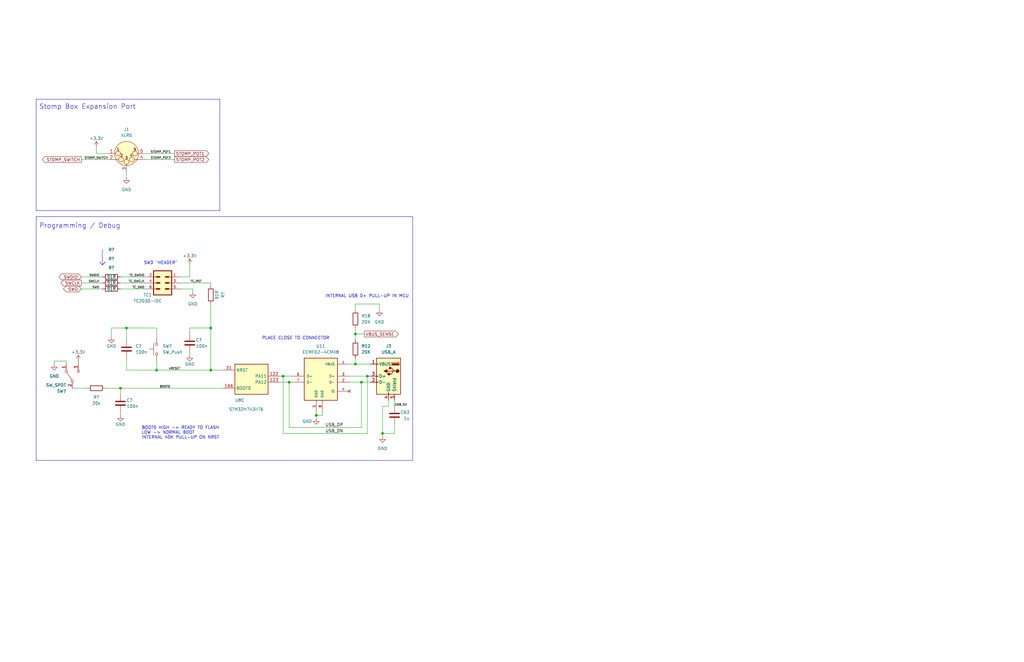
<source format=kicad_sch>
(kicad_sch (version 20230121) (generator eeschema)

  (uuid 989b40a5-7133-42cb-83b4-e20d6be5ce07)

  (paper "B")

  (title_block
    (rev "v1.0")
  )

  (lib_symbols
    (symbol "Connector:USB_A" (pin_names (offset 1.016)) (in_bom yes) (on_board yes)
      (property "Reference" "J" (at -5.08 11.43 0)
        (effects (font (size 1.27 1.27)) (justify left))
      )
      (property "Value" "USB_A" (at -5.08 8.89 0)
        (effects (font (size 1.27 1.27)) (justify left))
      )
      (property "Footprint" "" (at 3.81 -1.27 0)
        (effects (font (size 1.27 1.27)) hide)
      )
      (property "Datasheet" " ~" (at 3.81 -1.27 0)
        (effects (font (size 1.27 1.27)) hide)
      )
      (property "ki_keywords" "connector USB" (at 0 0 0)
        (effects (font (size 1.27 1.27)) hide)
      )
      (property "ki_description" "USB Type A connector" (at 0 0 0)
        (effects (font (size 1.27 1.27)) hide)
      )
      (property "ki_fp_filters" "USB*" (at 0 0 0)
        (effects (font (size 1.27 1.27)) hide)
      )
      (symbol "USB_A_0_1"
        (rectangle (start -5.08 -7.62) (end 5.08 7.62)
          (stroke (width 0.254) (type default))
          (fill (type background))
        )
        (circle (center -3.81 2.159) (radius 0.635)
          (stroke (width 0.254) (type default))
          (fill (type outline))
        )
        (rectangle (start -1.524 4.826) (end -4.318 5.334)
          (stroke (width 0) (type default))
          (fill (type outline))
        )
        (rectangle (start -1.27 4.572) (end -4.572 5.842)
          (stroke (width 0) (type default))
          (fill (type none))
        )
        (circle (center -0.635 3.429) (radius 0.381)
          (stroke (width 0.254) (type default))
          (fill (type outline))
        )
        (rectangle (start -0.127 -7.62) (end 0.127 -6.858)
          (stroke (width 0) (type default))
          (fill (type none))
        )
        (polyline
          (pts
            (xy -3.175 2.159)
            (xy -2.54 2.159)
            (xy -1.27 3.429)
            (xy -0.635 3.429)
          )
          (stroke (width 0.254) (type default))
          (fill (type none))
        )
        (polyline
          (pts
            (xy -2.54 2.159)
            (xy -1.905 2.159)
            (xy -1.27 0.889)
            (xy 0 0.889)
          )
          (stroke (width 0.254) (type default))
          (fill (type none))
        )
        (polyline
          (pts
            (xy 0.635 2.794)
            (xy 0.635 1.524)
            (xy 1.905 2.159)
            (xy 0.635 2.794)
          )
          (stroke (width 0.254) (type default))
          (fill (type outline))
        )
        (rectangle (start 0.254 1.27) (end -0.508 0.508)
          (stroke (width 0.254) (type default))
          (fill (type outline))
        )
        (rectangle (start 5.08 -2.667) (end 4.318 -2.413)
          (stroke (width 0) (type default))
          (fill (type none))
        )
        (rectangle (start 5.08 -0.127) (end 4.318 0.127)
          (stroke (width 0) (type default))
          (fill (type none))
        )
        (rectangle (start 5.08 4.953) (end 4.318 5.207)
          (stroke (width 0) (type default))
          (fill (type none))
        )
      )
      (symbol "USB_A_1_1"
        (polyline
          (pts
            (xy -1.905 2.159)
            (xy 0.635 2.159)
          )
          (stroke (width 0.254) (type default))
          (fill (type none))
        )
        (pin power_in line (at 7.62 5.08 180) (length 2.54)
          (name "VBUS" (effects (font (size 1.27 1.27))))
          (number "1" (effects (font (size 1.27 1.27))))
        )
        (pin bidirectional line (at 7.62 -2.54 180) (length 2.54)
          (name "D-" (effects (font (size 1.27 1.27))))
          (number "2" (effects (font (size 1.27 1.27))))
        )
        (pin bidirectional line (at 7.62 0 180) (length 2.54)
          (name "D+" (effects (font (size 1.27 1.27))))
          (number "3" (effects (font (size 1.27 1.27))))
        )
        (pin power_in line (at 0 -10.16 90) (length 2.54)
          (name "GND" (effects (font (size 1.27 1.27))))
          (number "4" (effects (font (size 1.27 1.27))))
        )
        (pin passive line (at -2.54 -10.16 90) (length 2.54)
          (name "Shield" (effects (font (size 1.27 1.27))))
          (number "5" (effects (font (size 1.27 1.27))))
        )
      )
    )
    (symbol "Connector_Audio:XLR5" (pin_names hide) (in_bom yes) (on_board yes)
      (property "Reference" "J" (at 0 8.89 0)
        (effects (font (size 1.27 1.27)))
      )
      (property "Value" "XLR5" (at 0 6.35 0)
        (effects (font (size 1.27 1.27)))
      )
      (property "Footprint" "" (at 0 0 0)
        (effects (font (size 1.27 1.27)) hide)
      )
      (property "Datasheet" " ~" (at 0 0 0)
        (effects (font (size 1.27 1.27)) hide)
      )
      (property "ki_keywords" "xlr connector" (at 0 0 0)
        (effects (font (size 1.27 1.27)) hide)
      )
      (property "ki_description" "XLR Connector, Male or Female, 5 Pins" (at 0 0 0)
        (effects (font (size 1.27 1.27)) hide)
      )
      (property "ki_fp_filters" "Jack*XLR*" (at 0 0 0)
        (effects (font (size 1.27 1.27)) hide)
      )
      (symbol "XLR5_0_1"
        (circle (center -3.556 0) (radius 1.016)
          (stroke (width 0) (type default))
          (fill (type none))
        )
        (circle (center -2.286 -2.54) (radius 1.016)
          (stroke (width 0) (type default))
          (fill (type none))
        )
        (circle (center 0 -3.556) (radius 1.016)
          (stroke (width 0) (type default))
          (fill (type none))
        )
        (polyline
          (pts
            (xy -5.08 -2.54)
            (xy -4.445 -2.54)
          )
          (stroke (width 0) (type default))
          (fill (type none))
        )
        (polyline
          (pts
            (xy -5.08 0)
            (xy -4.572 0)
          )
          (stroke (width 0) (type default))
          (fill (type none))
        )
        (polyline
          (pts
            (xy -4.572 -2.54)
            (xy -3.302 -2.54)
          )
          (stroke (width 0) (type default))
          (fill (type none))
        )
        (polyline
          (pts
            (xy 0 -5.08)
            (xy 0 -4.572)
          )
          (stroke (width 0) (type default))
          (fill (type none))
        )
        (polyline
          (pts
            (xy 4.572 -2.54)
            (xy 3.302 -2.54)
          )
          (stroke (width 0) (type default))
          (fill (type none))
        )
        (polyline
          (pts
            (xy 5.08 -2.54)
            (xy 4.445 -2.54)
          )
          (stroke (width 0) (type default))
          (fill (type none))
        )
        (polyline
          (pts
            (xy 5.08 0)
            (xy 4.572 0)
          )
          (stroke (width 0) (type default))
          (fill (type none))
        )
        (circle (center 0 0) (radius 5.08)
          (stroke (width 0) (type default))
          (fill (type background))
        )
        (circle (center 2.286 -2.54) (radius 1.016)
          (stroke (width 0) (type default))
          (fill (type none))
        )
        (circle (center 3.556 0) (radius 1.016)
          (stroke (width 0) (type default))
          (fill (type none))
        )
        (text "1" (at -3.556 1.778 0)
          (effects (font (size 1.016 1.016) bold))
        )
        (text "2" (at -2.032 -0.762 0)
          (effects (font (size 1.016 1.016) bold))
        )
        (text "3" (at 0 -1.778 0)
          (effects (font (size 1.016 1.016) bold))
        )
        (text "4" (at 2.032 -0.762 0)
          (effects (font (size 1.016 1.016) bold))
        )
        (text "5" (at 3.556 1.778 0)
          (effects (font (size 1.016 1.016) bold))
        )
      )
      (symbol "XLR5_1_1"
        (pin passive line (at -7.62 0 0) (length 2.54)
          (name "P1" (effects (font (size 1.27 1.27))))
          (number "1" (effects (font (size 1.27 1.27))))
        )
        (pin passive line (at -7.62 -2.54 0) (length 2.54)
          (name "P2" (effects (font (size 1.27 1.27))))
          (number "2" (effects (font (size 1.27 1.27))))
        )
        (pin passive line (at 0 -7.62 90) (length 2.54)
          (name "P3" (effects (font (size 1.27 1.27))))
          (number "3" (effects (font (size 1.27 1.27))))
        )
        (pin passive line (at 7.62 -2.54 180) (length 2.54)
          (name "P3" (effects (font (size 1.27 1.27))))
          (number "4" (effects (font (size 1.27 1.27))))
        )
        (pin passive line (at 7.62 0 180) (length 2.54)
          (name "P5" (effects (font (size 1.27 1.27))))
          (number "5" (effects (font (size 1.27 1.27))))
        )
      )
    )
    (symbol "Device:C" (pin_numbers hide) (pin_names (offset 0.254)) (in_bom yes) (on_board yes)
      (property "Reference" "C" (at 0.635 2.54 0)
        (effects (font (size 1.27 1.27)) (justify left))
      )
      (property "Value" "C" (at 0.635 -2.54 0)
        (effects (font (size 1.27 1.27)) (justify left))
      )
      (property "Footprint" "" (at 0.9652 -3.81 0)
        (effects (font (size 1.27 1.27)) hide)
      )
      (property "Datasheet" "~" (at 0 0 0)
        (effects (font (size 1.27 1.27)) hide)
      )
      (property "ki_keywords" "cap capacitor" (at 0 0 0)
        (effects (font (size 1.27 1.27)) hide)
      )
      (property "ki_description" "Unpolarized capacitor" (at 0 0 0)
        (effects (font (size 1.27 1.27)) hide)
      )
      (property "ki_fp_filters" "C_*" (at 0 0 0)
        (effects (font (size 1.27 1.27)) hide)
      )
      (symbol "C_0_1"
        (polyline
          (pts
            (xy -2.032 -0.762)
            (xy 2.032 -0.762)
          )
          (stroke (width 0.508) (type default))
          (fill (type none))
        )
        (polyline
          (pts
            (xy -2.032 0.762)
            (xy 2.032 0.762)
          )
          (stroke (width 0.508) (type default))
          (fill (type none))
        )
      )
      (symbol "C_1_1"
        (pin passive line (at 0 3.81 270) (length 2.794)
          (name "~" (effects (font (size 1.27 1.27))))
          (number "1" (effects (font (size 1.27 1.27))))
        )
        (pin passive line (at 0 -3.81 90) (length 2.794)
          (name "~" (effects (font (size 1.27 1.27))))
          (number "2" (effects (font (size 1.27 1.27))))
        )
      )
    )
    (symbol "Device:R" (pin_numbers hide) (pin_names (offset 0)) (in_bom yes) (on_board yes)
      (property "Reference" "R" (at 2.032 0 90)
        (effects (font (size 1.27 1.27)))
      )
      (property "Value" "R" (at 0 0 90)
        (effects (font (size 1.27 1.27)))
      )
      (property "Footprint" "" (at -1.778 0 90)
        (effects (font (size 1.27 1.27)) hide)
      )
      (property "Datasheet" "~" (at 0 0 0)
        (effects (font (size 1.27 1.27)) hide)
      )
      (property "ki_keywords" "R res resistor" (at 0 0 0)
        (effects (font (size 1.27 1.27)) hide)
      )
      (property "ki_description" "Resistor" (at 0 0 0)
        (effects (font (size 1.27 1.27)) hide)
      )
      (property "ki_fp_filters" "R_*" (at 0 0 0)
        (effects (font (size 1.27 1.27)) hide)
      )
      (symbol "R_0_1"
        (rectangle (start -1.016 -2.54) (end 1.016 2.54)
          (stroke (width 0.254) (type default))
          (fill (type none))
        )
      )
      (symbol "R_1_1"
        (pin passive line (at 0 3.81 270) (length 1.27)
          (name "~" (effects (font (size 1.27 1.27))))
          (number "1" (effects (font (size 1.27 1.27))))
        )
        (pin passive line (at 0 -3.81 90) (length 1.27)
          (name "~" (effects (font (size 1.27 1.27))))
          (number "2" (effects (font (size 1.27 1.27))))
        )
      )
    )
    (symbol "ECMF02-4CMX8:ECMF02-4CMX8" (pin_names (offset 1.016)) (in_bom yes) (on_board yes)
      (property "Reference" "U11" (at -0.635 12.7 0)
        (effects (font (size 1.27 1.27)))
      )
      (property "Value" "ECMF02-4CMX8" (at -0.635 10.16 0)
        (effects (font (size 1.27 1.27)))
      )
      (property "Footprint" "FIL_ECMF02-4CMX8" (at -24.13 -27.94 0)
        (effects (font (size 1.27 1.27)) (justify left bottom) hide)
      )
      (property "Datasheet" "" (at -24.13 -27.94 0)
        (effects (font (size 1.27 1.27)) (justify left bottom) hide)
      )
      (property "MF" "STMicroelectronics" (at -24.13 -27.94 0)
        (effects (font (size 1.27 1.27)) (justify left bottom) hide)
      )
      (property "MAXIMUM_PACKAGE_HEIGHT" "0.6 mm" (at -24.13 -27.94 0)
        (effects (font (size 1.27 1.27)) (justify left bottom) hide)
      )
      (property "Package" "UFDFN-8 STMicroelectronics" (at -24.13 -27.94 0)
        (effects (font (size 1.27 1.27)) (justify left bottom) hide)
      )
      (property "Price" "None" (at -24.13 -27.94 0)
        (effects (font (size 1.27 1.27)) (justify left bottom) hide)
      )
      (property "Check_prices" "https://www.snapeda.com/parts/ECMF02-4CMX8/STMicroelectronics/view-part/?ref=eda" (at -24.13 -27.94 0)
        (effects (font (size 1.27 1.27)) (justify left bottom) hide)
      )
      (property "STANDARD" "Manufacturer Recommendations" (at -24.13 -27.94 0)
        (effects (font (size 1.27 1.27)) (justify left bottom) hide)
      )
      (property "PARTREV" "3" (at -24.13 -27.94 0)
        (effects (font (size 1.27 1.27)) (justify left bottom) hide)
      )
      (property "SnapEDA_Link" "https://www.snapeda.com/parts/ECMF02-4CMX8/STMicroelectronics/view-part/?ref=snap" (at -24.13 -27.94 0)
        (effects (font (size 1.27 1.27)) (justify left bottom) hide)
      )
      (property "SNAPEDA_PACKAGE_ID" "60544" (at -24.13 -27.94 0)
        (effects (font (size 1.27 1.27)) (justify left bottom) hide)
      )
      (property "MP" "ECMF02-4CMX8" (at -24.13 -27.94 0)
        (effects (font (size 1.27 1.27)) (justify left bottom) hide)
      )
      (property "Description" "\\n2 Line Common Mode Choke Surface Mount DCR 4Ohm\\n" (at -24.13 -27.94 0)
        (effects (font (size 1.27 1.27)) (justify left bottom) hide)
      )
      (property "SNAPEDA_PN" "ECMF02-4CMX8" (at -24.13 -27.94 0)
        (effects (font (size 1.27 1.27)) (justify left bottom) hide)
      )
      (property "Availability" "In Stock" (at -24.13 -27.94 0)
        (effects (font (size 1.27 1.27)) (justify left bottom) hide)
      )
      (property "MANUFACTURER" "STMicroelectronics" (at -24.13 -27.94 0)
        (effects (font (size 1.27 1.27)) (justify left bottom) hide)
      )
      (property "ki_locked" "" (at 0 0 0)
        (effects (font (size 1.27 1.27)))
      )
      (symbol "ECMF02-4CMX8_0_0"
        (rectangle (start -7.62 7.62) (end 6.35 -10.16)
          (stroke (width 0.254) (type solid))
          (fill (type background))
        )
        (pin power_in line (at -12.7 5.08 0) (length 5.08)
          (name "VBUS" (effects (font (size 1.016 1.016))))
          (number "1" (effects (font (size 1.016 1.016))))
        )
        (pin passive line (at -12.7 -6.35 0) (length 5.08)
          (name "ID" (effects (font (size 1.016 1.016))))
          (number "4" (effects (font (size 1.016 1.016))))
        )
      )
      (symbol "ECMF02-4CMX8_1_0"
        (pin bidirectional line (at -12.7 -2.54 0) (length 5.08)
          (name "D-" (effects (font (size 1.016 1.016))))
          (number "2" (effects (font (size 1.016 1.016))))
        )
        (pin bidirectional line (at -12.7 0 0) (length 5.08)
          (name "D+" (effects (font (size 1.016 1.016))))
          (number "3" (effects (font (size 1.016 1.016))))
        )
        (pin power_in line (at 1.27 -15.24 90) (length 5.08)
          (name "GND" (effects (font (size 1.016 1.016))))
          (number "5" (effects (font (size 1.016 1.016))))
        )
        (pin bidirectional line (at 11.43 0 180) (length 5.08)
          (name "D+" (effects (font (size 1.016 1.016))))
          (number "6" (effects (font (size 1.016 1.016))))
        )
        (pin bidirectional line (at 11.43 -2.54 180) (length 5.08)
          (name "D-" (effects (font (size 1.016 1.016))))
          (number "7" (effects (font (size 1.016 1.016))))
        )
        (pin power_in line (at -1.27 -15.24 90) (length 5.08)
          (name "GND" (effects (font (size 1.016 1.016))))
          (number "8" (effects (font (size 1.016 1.016))))
        )
      )
    )
    (symbol "GND_1" (power) (pin_names (offset 0)) (in_bom yes) (on_board yes)
      (property "Reference" "#PWR" (at 0 -6.35 0)
        (effects (font (size 1.27 1.27)) hide)
      )
      (property "Value" "GND_1" (at 0 -3.81 0)
        (effects (font (size 1.27 1.27)))
      )
      (property "Footprint" "" (at 0 0 0)
        (effects (font (size 1.27 1.27)) hide)
      )
      (property "Datasheet" "" (at 0 0 0)
        (effects (font (size 1.27 1.27)) hide)
      )
      (property "ki_keywords" "global power" (at 0 0 0)
        (effects (font (size 1.27 1.27)) hide)
      )
      (property "ki_description" "Power symbol creates a global label with name \"GND\" , ground" (at 0 0 0)
        (effects (font (size 1.27 1.27)) hide)
      )
      (symbol "GND_1_0_1"
        (polyline
          (pts
            (xy 0 0)
            (xy 0 -1.27)
            (xy 1.27 -1.27)
            (xy 0 -2.54)
            (xy -1.27 -1.27)
            (xy 0 -1.27)
          )
          (stroke (width 0) (type default))
          (fill (type none))
        )
      )
      (symbol "GND_1_1_1"
        (pin power_in line (at 0 0 270) (length 0) hide
          (name "GND" (effects (font (size 1.27 1.27))))
          (number "1" (effects (font (size 1.27 1.27))))
        )
      )
    )
    (symbol "STM32H743IITx_2" (in_bom yes) (on_board yes)
      (property "Reference" "U7" (at -7.62 -8.89 0)
        (effects (font (size 1.27 1.27)) (justify left))
      )
      (property "Value" "STM32H743IIT6" (at -10.16 -12.7 0)
        (effects (font (size 1.27 1.27)) (justify left))
      )
      (property "Footprint" "Package_QFP:LQFP-176_24x24mm_P0.5mm" (at 50.8 -13.97 0)
        (effects (font (size 1.27 1.27)) (justify right) hide)
      )
      (property "Datasheet" "http://www.st.com/st-web-ui/static/active/en/resource/technical/document/datasheet/DM00387108.pdf" (at 0 0 0)
        (effects (font (size 1.27 1.27)) hide)
      )
      (property "ki_locked" "" (at 0 0 0)
        (effects (font (size 1.27 1.27)))
      )
      (property "ki_keywords" "ARM Cortex-M7 STM32H7 STM32H7x3" (at 0 0 0)
        (effects (font (size 1.27 1.27)) hide)
      )
      (property "ki_description" "ARM Cortex-M7 MCU, 2048KB flash, 864KB RAM, 400MHz, 1.7-3.6V, 140 GPIO, LQFP-176" (at 0 0 0)
        (effects (font (size 1.27 1.27)) hide)
      )
      (property "ki_fp_filters" "LQFP*24x24mm*P0.5mm*" (at 0 0 0)
        (effects (font (size 1.27 1.27)) hide)
      )
      (symbol "STM32H743IITx_2_1_1"
        (rectangle (start -34.29 45.72) (end 36.83 -44.45)
          (stroke (width 0.254) (type default))
          (fill (type background))
        )
        (pin bidirectional line (at -34.29 2.54 0) (length 5.08)
          (name "PC15" (effects (font (size 1.27 1.27))))
          (number "10" (effects (font (size 1.27 1.27))))
        )
        (pin bidirectional line (at -34.29 -33.02 0) (length 5.08)
          (name "PD12" (effects (font (size 1.27 1.27))))
          (number "100" (effects (font (size 1.27 1.27))))
        )
        (pin bidirectional line (at -34.29 -35.56 0) (length 5.08)
          (name "PD13" (effects (font (size 1.27 1.27))))
          (number "101" (effects (font (size 1.27 1.27))))
        )
        (pin bidirectional line (at -34.29 -38.1 0) (length 5.08)
          (name "PD14" (effects (font (size 1.27 1.27))))
          (number "104" (effects (font (size 1.27 1.27))))
        )
        (pin bidirectional line (at -34.29 -40.64 0) (length 5.08)
          (name "PD15" (effects (font (size 1.27 1.27))))
          (number "105" (effects (font (size 1.27 1.27))))
        )
        (pin bidirectional line (at -34.29 25.4 0) (length 5.08)
          (name "PC6" (effects (font (size 1.27 1.27))))
          (number "115" (effects (font (size 1.27 1.27))))
        )
        (pin bidirectional line (at -34.29 22.86 0) (length 5.08)
          (name "PC7" (effects (font (size 1.27 1.27))))
          (number "116" (effects (font (size 1.27 1.27))))
        )
        (pin bidirectional line (at -34.29 20.32 0) (length 5.08)
          (name "PC8" (effects (font (size 1.27 1.27))))
          (number "117" (effects (font (size 1.27 1.27))))
        )
        (pin bidirectional line (at -34.29 17.78 0) (length 5.08)
          (name "PC9" (effects (font (size 1.27 1.27))))
          (number "118" (effects (font (size 1.27 1.27))))
        )
        (pin bidirectional line (at 36.83 20.32 180) (length 5.08)
          (name "PA8" (effects (font (size 1.27 1.27))))
          (number "119" (effects (font (size 1.27 1.27))))
        )
        (pin bidirectional line (at 36.83 17.78 180) (length 5.08)
          (name "PA9" (effects (font (size 1.27 1.27))))
          (number "120" (effects (font (size 1.27 1.27))))
        )
        (pin bidirectional line (at 36.83 15.24 180) (length 5.08)
          (name "PA10" (effects (font (size 1.27 1.27))))
          (number "121" (effects (font (size 1.27 1.27))))
        )
        (pin bidirectional line (at 36.83 7.62 180) (length 5.08)
          (name "PA13" (effects (font (size 1.27 1.27))))
          (number "124" (effects (font (size 1.27 1.27))))
        )
        (pin bidirectional line (at 36.83 5.08 180) (length 5.08)
          (name "PA14" (effects (font (size 1.27 1.27))))
          (number "137" (effects (font (size 1.27 1.27))))
        )
        (pin bidirectional line (at 36.83 2.54 180) (length 5.08)
          (name "PA15" (effects (font (size 1.27 1.27))))
          (number "138" (effects (font (size 1.27 1.27))))
        )
        (pin bidirectional line (at -34.29 15.24 0) (length 5.08)
          (name "PC10" (effects (font (size 1.27 1.27))))
          (number "139" (effects (font (size 1.27 1.27))))
        )
        (pin bidirectional line (at -34.29 12.7 0) (length 5.08)
          (name "PC11" (effects (font (size 1.27 1.27))))
          (number "140" (effects (font (size 1.27 1.27))))
        )
        (pin bidirectional line (at -34.29 10.16 0) (length 5.08)
          (name "PC12" (effects (font (size 1.27 1.27))))
          (number "141" (effects (font (size 1.27 1.27))))
        )
        (pin bidirectional line (at -34.29 -2.54 0) (length 5.08)
          (name "PD0" (effects (font (size 1.27 1.27))))
          (number "142" (effects (font (size 1.27 1.27))))
        )
        (pin bidirectional line (at -34.29 -5.08 0) (length 5.08)
          (name "PD1" (effects (font (size 1.27 1.27))))
          (number "143" (effects (font (size 1.27 1.27))))
        )
        (pin bidirectional line (at -34.29 -7.62 0) (length 5.08)
          (name "PD2" (effects (font (size 1.27 1.27))))
          (number "144" (effects (font (size 1.27 1.27))))
        )
        (pin bidirectional line (at -34.29 -10.16 0) (length 5.08)
          (name "PD3" (effects (font (size 1.27 1.27))))
          (number "145" (effects (font (size 1.27 1.27))))
        )
        (pin bidirectional line (at -34.29 -12.7 0) (length 5.08)
          (name "PD4" (effects (font (size 1.27 1.27))))
          (number "146" (effects (font (size 1.27 1.27))))
        )
        (pin bidirectional line (at -34.29 -15.24 0) (length 5.08)
          (name "PD5" (effects (font (size 1.27 1.27))))
          (number "147" (effects (font (size 1.27 1.27))))
        )
        (pin bidirectional line (at -34.29 -17.78 0) (length 5.08)
          (name "PD6" (effects (font (size 1.27 1.27))))
          (number "150" (effects (font (size 1.27 1.27))))
        )
        (pin bidirectional line (at -34.29 -20.32 0) (length 5.08)
          (name "PD7" (effects (font (size 1.27 1.27))))
          (number "151" (effects (font (size 1.27 1.27))))
        )
        (pin bidirectional line (at 36.83 -10.16 180) (length 5.08)
          (name "PB3" (effects (font (size 1.27 1.27))))
          (number "161" (effects (font (size 1.27 1.27))))
        )
        (pin bidirectional line (at 36.83 -12.7 180) (length 5.08)
          (name "PB4" (effects (font (size 1.27 1.27))))
          (number "162" (effects (font (size 1.27 1.27))))
        )
        (pin bidirectional line (at 36.83 -15.24 180) (length 5.08)
          (name "PB5" (effects (font (size 1.27 1.27))))
          (number "163" (effects (font (size 1.27 1.27))))
        )
        (pin bidirectional line (at 36.83 -17.78 180) (length 5.08)
          (name "PB6" (effects (font (size 1.27 1.27))))
          (number "164" (effects (font (size 1.27 1.27))))
        )
        (pin bidirectional line (at 36.83 -20.32 180) (length 5.08)
          (name "PB7" (effects (font (size 1.27 1.27))))
          (number "165" (effects (font (size 1.27 1.27))))
        )
        (pin bidirectional line (at 36.83 -22.86 180) (length 5.08)
          (name "PB8" (effects (font (size 1.27 1.27))))
          (number "167" (effects (font (size 1.27 1.27))))
        )
        (pin bidirectional line (at 36.83 -25.4 180) (length 5.08)
          (name "PB9" (effects (font (size 1.27 1.27))))
          (number "168" (effects (font (size 1.27 1.27))))
        )
        (pin bidirectional line (at -34.29 40.64 0) (length 5.08)
          (name "PC0" (effects (font (size 1.27 1.27))))
          (number "32" (effects (font (size 1.27 1.27))))
        )
        (pin bidirectional line (at -34.29 38.1 0) (length 5.08)
          (name "PC1" (effects (font (size 1.27 1.27))))
          (number "33" (effects (font (size 1.27 1.27))))
        )
        (pin bidirectional line (at -34.29 35.56 0) (length 5.08)
          (name "PC2_C" (effects (font (size 1.27 1.27))))
          (number "34" (effects (font (size 1.27 1.27))))
        )
        (pin bidirectional line (at -34.29 33.02 0) (length 5.08)
          (name "PC3_C" (effects (font (size 1.27 1.27))))
          (number "35" (effects (font (size 1.27 1.27))))
        )
        (pin bidirectional line (at 36.83 40.64 180) (length 5.08)
          (name "PA0" (effects (font (size 1.27 1.27))))
          (number "40" (effects (font (size 1.27 1.27))))
        )
        (pin bidirectional line (at 36.83 38.1 180) (length 5.08)
          (name "PA1" (effects (font (size 1.27 1.27))))
          (number "41" (effects (font (size 1.27 1.27))))
        )
        (pin bidirectional line (at 36.83 35.56 180) (length 5.08)
          (name "PA2" (effects (font (size 1.27 1.27))))
          (number "42" (effects (font (size 1.27 1.27))))
        )
        (pin bidirectional line (at 36.83 33.02 180) (length 5.08)
          (name "PA3" (effects (font (size 1.27 1.27))))
          (number "47" (effects (font (size 1.27 1.27))))
        )
        (pin bidirectional line (at 36.83 30.48 180) (length 5.08)
          (name "PA4" (effects (font (size 1.27 1.27))))
          (number "50" (effects (font (size 1.27 1.27))))
        )
        (pin bidirectional line (at 36.83 27.94 180) (length 5.08)
          (name "PA5" (effects (font (size 1.27 1.27))))
          (number "51" (effects (font (size 1.27 1.27))))
        )
        (pin bidirectional line (at 36.83 25.4 180) (length 5.08)
          (name "PA6" (effects (font (size 1.27 1.27))))
          (number "52" (effects (font (size 1.27 1.27))))
        )
        (pin bidirectional line (at 36.83 22.86 180) (length 5.08)
          (name "PA7" (effects (font (size 1.27 1.27))))
          (number "53" (effects (font (size 1.27 1.27))))
        )
        (pin bidirectional line (at -34.29 30.48 0) (length 5.08)
          (name "PC4" (effects (font (size 1.27 1.27))))
          (number "54" (effects (font (size 1.27 1.27))))
        )
        (pin bidirectional line (at -34.29 27.94 0) (length 5.08)
          (name "PC5" (effects (font (size 1.27 1.27))))
          (number "55" (effects (font (size 1.27 1.27))))
        )
        (pin bidirectional line (at 36.83 -2.54 180) (length 5.08)
          (name "PB0" (effects (font (size 1.27 1.27))))
          (number "56" (effects (font (size 1.27 1.27))))
        )
        (pin bidirectional line (at 36.83 -5.08 180) (length 5.08)
          (name "PB1" (effects (font (size 1.27 1.27))))
          (number "57" (effects (font (size 1.27 1.27))))
        )
        (pin bidirectional line (at 36.83 -7.62 180) (length 5.08)
          (name "PB2" (effects (font (size 1.27 1.27))))
          (number "58" (effects (font (size 1.27 1.27))))
        )
        (pin bidirectional line (at 36.83 -27.94 180) (length 5.08)
          (name "PB10" (effects (font (size 1.27 1.27))))
          (number "79" (effects (font (size 1.27 1.27))))
        )
        (pin bidirectional line (at -34.29 7.62 0) (length 5.08)
          (name "PC13" (effects (font (size 1.27 1.27))))
          (number "8" (effects (font (size 1.27 1.27))))
        )
        (pin bidirectional line (at 36.83 -30.48 180) (length 5.08)
          (name "PB11" (effects (font (size 1.27 1.27))))
          (number "80" (effects (font (size 1.27 1.27))))
        )
        (pin bidirectional line (at -34.29 5.08 0) (length 5.08)
          (name "PC14" (effects (font (size 1.27 1.27))))
          (number "9" (effects (font (size 1.27 1.27))))
        )
        (pin bidirectional line (at 36.83 -33.02 180) (length 5.08)
          (name "PB12" (effects (font (size 1.27 1.27))))
          (number "92" (effects (font (size 1.27 1.27))))
        )
        (pin bidirectional line (at 36.83 -35.56 180) (length 5.08)
          (name "PB13" (effects (font (size 1.27 1.27))))
          (number "93" (effects (font (size 1.27 1.27))))
        )
        (pin bidirectional line (at 36.83 -38.1 180) (length 5.08)
          (name "PB14" (effects (font (size 1.27 1.27))))
          (number "94" (effects (font (size 1.27 1.27))))
        )
        (pin bidirectional line (at 36.83 -40.64 180) (length 5.08)
          (name "PB15" (effects (font (size 1.27 1.27))))
          (number "95" (effects (font (size 1.27 1.27))))
        )
        (pin bidirectional line (at -34.29 -22.86 0) (length 5.08)
          (name "PD8" (effects (font (size 1.27 1.27))))
          (number "96" (effects (font (size 1.27 1.27))))
        )
        (pin bidirectional line (at -34.29 -25.4 0) (length 5.08)
          (name "PD9" (effects (font (size 1.27 1.27))))
          (number "97" (effects (font (size 1.27 1.27))))
        )
        (pin bidirectional line (at -34.29 -27.94 0) (length 5.08)
          (name "PD10" (effects (font (size 1.27 1.27))))
          (number "98" (effects (font (size 1.27 1.27))))
        )
        (pin bidirectional line (at -34.29 -30.48 0) (length 5.08)
          (name "PD11" (effects (font (size 1.27 1.27))))
          (number "99" (effects (font (size 1.27 1.27))))
        )
      )
      (symbol "STM32H743IITx_2_2_1"
        (rectangle (start -27.94 24.13) (end 29.21 -25.4)
          (stroke (width 0.254) (type default))
          (fill (type background))
        )
        (pin power_in line (at 1.27 -25.4 90) (length 5.08)
          (name "VSS" (effects (font (size 1.27 1.27))))
          (number "102" (effects (font (size 1.27 1.27))))
        )
        (pin power_in line (at 2.54 24.13 270) (length 5.08)
          (name "VDD" (effects (font (size 1.27 1.27))))
          (number "103" (effects (font (size 1.27 1.27))))
        )
        (pin power_in line (at 3.81 -25.4 90) (length 5.08)
          (name "VSS" (effects (font (size 1.27 1.27))))
          (number "113" (effects (font (size 1.27 1.27))))
        )
        (pin power_in line (at 17.78 24.13 270) (length 5.08)
          (name "VDD33_USB" (effects (font (size 1.27 1.27))))
          (number "114" (effects (font (size 1.27 1.27))))
        )
        (pin power_in line (at -27.94 -1.27 0) (length 5.08)
          (name "VCAP2" (effects (font (size 1.27 1.27))))
          (number "125" (effects (font (size 1.27 1.27))))
        )
        (pin power_in line (at 6.35 -25.4 90) (length 5.08)
          (name "VSS" (effects (font (size 1.27 1.27))))
          (number "126" (effects (font (size 1.27 1.27))))
        )
        (pin power_in line (at 5.08 24.13 270) (length 5.08)
          (name "VDD" (effects (font (size 1.27 1.27))))
          (number "127" (effects (font (size 1.27 1.27))))
        )
        (pin power_in line (at 8.89 -25.4 90) (length 5.08)
          (name "VSS" (effects (font (size 1.27 1.27))))
          (number "135" (effects (font (size 1.27 1.27))))
        )
        (pin power_in line (at 7.62 24.13 270) (length 5.08)
          (name "VDD" (effects (font (size 1.27 1.27))))
          (number "136" (effects (font (size 1.27 1.27))))
        )
        (pin power_in line (at -13.97 -25.4 90) (length 5.08)
          (name "VSS" (effects (font (size 1.27 1.27))))
          (number "14" (effects (font (size 1.27 1.27))))
        )
        (pin power_in line (at 11.43 -25.4 90) (length 5.08)
          (name "VSS" (effects (font (size 1.27 1.27))))
          (number "148" (effects (font (size 1.27 1.27))))
        )
        (pin power_in line (at 10.16 24.13 270) (length 5.08)
          (name "VDD" (effects (font (size 1.27 1.27))))
          (number "149" (effects (font (size 1.27 1.27))))
        )
        (pin power_in line (at -17.78 24.13 270) (length 5.08)
          (name "VDD" (effects (font (size 1.27 1.27))))
          (number "15" (effects (font (size 1.27 1.27))))
        )
        (pin power_in line (at 13.97 -25.4 90) (length 5.08)
          (name "VSS" (effects (font (size 1.27 1.27))))
          (number "158" (effects (font (size 1.27 1.27))))
        )
        (pin power_in line (at 12.7 24.13 270) (length 5.08)
          (name "VDD" (effects (font (size 1.27 1.27))))
          (number "159" (effects (font (size 1.27 1.27))))
        )
        (pin input line (at -27.94 8.89 0) (length 5.08)
          (name "PDR_ON" (effects (font (size 1.27 1.27))))
          (number "171" (effects (font (size 1.27 1.27))))
        )
        (pin power_in line (at 15.24 24.13 270) (length 5.08)
          (name "VDD" (effects (font (size 1.27 1.27))))
          (number "172" (effects (font (size 1.27 1.27))))
        )
        (pin power_in line (at -11.43 -25.4 90) (length 5.08)
          (name "VSS" (effects (font (size 1.27 1.27))))
          (number "22" (effects (font (size 1.27 1.27))))
        )
        (pin power_in line (at -15.24 24.13 270) (length 5.08)
          (name "VDD" (effects (font (size 1.27 1.27))))
          (number "23" (effects (font (size 1.27 1.27))))
        )
        (pin power_in line (at -12.7 24.13 270) (length 5.08)
          (name "VDD" (effects (font (size 1.27 1.27))))
          (number "36" (effects (font (size 1.27 1.27))))
        )
        (pin power_in line (at 16.51 -25.4 90) (length 5.08)
          (name "VSSA" (effects (font (size 1.27 1.27))))
          (number "37" (effects (font (size 1.27 1.27))))
        )
        (pin bidirectional line (at -27.94 -3.81 0) (length 5.08)
          (name "VREF+" (effects (font (size 1.27 1.27))))
          (number "38" (effects (font (size 1.27 1.27))))
        )
        (pin power_in line (at 20.32 24.13 270) (length 5.08)
          (name "VDDA" (effects (font (size 1.27 1.27))))
          (number "39" (effects (font (size 1.27 1.27))))
        )
        (pin power_in line (at -8.89 -25.4 90) (length 5.08)
          (name "VSS" (effects (font (size 1.27 1.27))))
          (number "48" (effects (font (size 1.27 1.27))))
        )
        (pin power_in line (at -10.16 24.13 270) (length 5.08)
          (name "VDD" (effects (font (size 1.27 1.27))))
          (number "49" (effects (font (size 1.27 1.27))))
        )
        (pin power_in line (at -20.32 24.13 270) (length 5.08)
          (name "VBAT" (effects (font (size 1.27 1.27))))
          (number "6" (effects (font (size 1.27 1.27))))
        )
        (pin power_in line (at -6.35 -25.4 90) (length 5.08)
          (name "VSS" (effects (font (size 1.27 1.27))))
          (number "61" (effects (font (size 1.27 1.27))))
        )
        (pin power_in line (at -7.62 24.13 270) (length 5.08)
          (name "VDD" (effects (font (size 1.27 1.27))))
          (number "62" (effects (font (size 1.27 1.27))))
        )
        (pin power_in line (at -3.81 -25.4 90) (length 5.08)
          (name "VSS" (effects (font (size 1.27 1.27))))
          (number "71" (effects (font (size 1.27 1.27))))
        )
        (pin power_in line (at -5.08 24.13 270) (length 5.08)
          (name "VDD" (effects (font (size 1.27 1.27))))
          (number "72" (effects (font (size 1.27 1.27))))
        )
        (pin power_in line (at -27.94 1.27 0) (length 5.08)
          (name "VCAP1" (effects (font (size 1.27 1.27))))
          (number "81" (effects (font (size 1.27 1.27))))
        )
        (pin power_in line (at -2.54 24.13 270) (length 5.08)
          (name "VDD" (effects (font (size 1.27 1.27))))
          (number "82" (effects (font (size 1.27 1.27))))
        )
        (pin power_in line (at -1.27 -25.4 90) (length 5.08)
          (name "VSS" (effects (font (size 1.27 1.27))))
          (number "90" (effects (font (size 1.27 1.27))))
        )
        (pin power_in line (at 0 24.13 270) (length 5.08)
          (name "VDD" (effects (font (size 1.27 1.27))))
          (number "91" (effects (font (size 1.27 1.27))))
        )
      )
      (symbol "STM32H743IITx_2_3_1"
        (rectangle (start -7.62 6.35) (end 6.35 -6.35)
          (stroke (width 0.254) (type default))
          (fill (type background))
        )
        (pin bidirectional line (at 11.43 1.27 180) (length 5.08)
          (name "PA11" (effects (font (size 1.27 1.27))))
          (number "122" (effects (font (size 1.27 1.27))))
        )
        (pin bidirectional line (at 11.43 -1.27 180) (length 5.08)
          (name "PA12" (effects (font (size 1.27 1.27))))
          (number "123" (effects (font (size 1.27 1.27))))
        )
        (pin input line (at -12.7 -3.81 0) (length 5.08)
          (name "BOOT0" (effects (font (size 1.27 1.27))))
          (number "166" (effects (font (size 1.27 1.27))))
        )
        (pin input line (at -12.7 3.81 0) (length 5.08)
          (name "NRST" (effects (font (size 1.27 1.27))))
          (number "31" (effects (font (size 1.27 1.27))))
        )
      )
      (symbol "STM32H743IITx_2_4_1"
        (rectangle (start -35.56 109.22) (end 35.56 -10.16)
          (stroke (width 0.254) (type default))
          (fill (type background))
        )
        (pin bidirectional line (at 35.56 101.6 180) (length 5.08)
          (name "PE2" (effects (font (size 1.27 1.27))))
          (number "1" (effects (font (size 1.27 1.27))))
        )
        (pin bidirectional line (at -35.56 25.4 0) (length 5.08)
          (name "PG2" (effects (font (size 1.27 1.27))))
          (number "106" (effects (font (size 1.27 1.27))))
        )
        (pin bidirectional line (at -35.56 22.86 0) (length 5.08)
          (name "PG3" (effects (font (size 1.27 1.27))))
          (number "107" (effects (font (size 1.27 1.27))))
        )
        (pin bidirectional line (at -35.56 20.32 0) (length 5.08)
          (name "PG4" (effects (font (size 1.27 1.27))))
          (number "108" (effects (font (size 1.27 1.27))))
        )
        (pin bidirectional line (at -35.56 17.78 0) (length 5.08)
          (name "PG5" (effects (font (size 1.27 1.27))))
          (number "109" (effects (font (size 1.27 1.27))))
        )
        (pin bidirectional line (at -35.56 83.82 0) (length 5.08)
          (name "PI9" (effects (font (size 1.27 1.27))))
          (number "11" (effects (font (size 1.27 1.27))))
        )
        (pin bidirectional line (at -35.56 15.24 0) (length 5.08)
          (name "PG6" (effects (font (size 1.27 1.27))))
          (number "110" (effects (font (size 1.27 1.27))))
        )
        (pin bidirectional line (at -35.56 12.7 0) (length 5.08)
          (name "PG7" (effects (font (size 1.27 1.27))))
          (number "111" (effects (font (size 1.27 1.27))))
        )
        (pin bidirectional line (at -35.56 10.16 0) (length 5.08)
          (name "PG8" (effects (font (size 1.27 1.27))))
          (number "112" (effects (font (size 1.27 1.27))))
        )
        (pin bidirectional line (at -35.56 81.28 0) (length 5.08)
          (name "PI10" (effects (font (size 1.27 1.27))))
          (number "12" (effects (font (size 1.27 1.27))))
        )
        (pin bidirectional line (at -35.56 40.64 0) (length 5.08)
          (name "PH13" (effects (font (size 1.27 1.27))))
          (number "128" (effects (font (size 1.27 1.27))))
        )
        (pin bidirectional line (at -35.56 38.1 0) (length 5.08)
          (name "PH14" (effects (font (size 1.27 1.27))))
          (number "129" (effects (font (size 1.27 1.27))))
        )
        (pin bidirectional line (at -35.56 78.74 0) (length 5.08)
          (name "PI11" (effects (font (size 1.27 1.27))))
          (number "13" (effects (font (size 1.27 1.27))))
        )
        (pin bidirectional line (at -35.56 35.56 0) (length 5.08)
          (name "PH15" (effects (font (size 1.27 1.27))))
          (number "130" (effects (font (size 1.27 1.27))))
        )
        (pin bidirectional line (at -35.56 106.68 0) (length 5.08)
          (name "PI0" (effects (font (size 1.27 1.27))))
          (number "131" (effects (font (size 1.27 1.27))))
        )
        (pin bidirectional line (at -35.56 104.14 0) (length 5.08)
          (name "PI1" (effects (font (size 1.27 1.27))))
          (number "132" (effects (font (size 1.27 1.27))))
        )
        (pin bidirectional line (at -35.56 101.6 0) (length 5.08)
          (name "PI2" (effects (font (size 1.27 1.27))))
          (number "133" (effects (font (size 1.27 1.27))))
        )
        (pin bidirectional line (at -35.56 99.06 0) (length 5.08)
          (name "PI3" (effects (font (size 1.27 1.27))))
          (number "134" (effects (font (size 1.27 1.27))))
        )
        (pin bidirectional line (at -35.56 7.62 0) (length 5.08)
          (name "PG9" (effects (font (size 1.27 1.27))))
          (number "152" (effects (font (size 1.27 1.27))))
        )
        (pin bidirectional line (at -35.56 5.08 0) (length 5.08)
          (name "PG10" (effects (font (size 1.27 1.27))))
          (number "153" (effects (font (size 1.27 1.27))))
        )
        (pin bidirectional line (at -35.56 2.54 0) (length 5.08)
          (name "PG11" (effects (font (size 1.27 1.27))))
          (number "154" (effects (font (size 1.27 1.27))))
        )
        (pin bidirectional line (at -35.56 0 0) (length 5.08)
          (name "PG12" (effects (font (size 1.27 1.27))))
          (number "155" (effects (font (size 1.27 1.27))))
        )
        (pin bidirectional line (at -35.56 -2.54 0) (length 5.08)
          (name "PG13" (effects (font (size 1.27 1.27))))
          (number "156" (effects (font (size 1.27 1.27))))
        )
        (pin bidirectional line (at -35.56 -5.08 0) (length 5.08)
          (name "PG14" (effects (font (size 1.27 1.27))))
          (number "157" (effects (font (size 1.27 1.27))))
        )
        (pin bidirectional line (at 35.56 62.23 180) (length 5.08)
          (name "PF0" (effects (font (size 1.27 1.27))))
          (number "16" (effects (font (size 1.27 1.27))))
        )
        (pin bidirectional line (at -35.56 -7.62 0) (length 5.08)
          (name "PG15" (effects (font (size 1.27 1.27))))
          (number "160" (effects (font (size 1.27 1.27))))
        )
        (pin bidirectional line (at 35.56 106.68 180) (length 5.08)
          (name "PE0" (effects (font (size 1.27 1.27))))
          (number "169" (effects (font (size 1.27 1.27))))
        )
        (pin bidirectional line (at 35.56 59.69 180) (length 5.08)
          (name "PF1" (effects (font (size 1.27 1.27))))
          (number "17" (effects (font (size 1.27 1.27))))
        )
        (pin bidirectional line (at 35.56 104.14 180) (length 5.08)
          (name "PE1" (effects (font (size 1.27 1.27))))
          (number "170" (effects (font (size 1.27 1.27))))
        )
        (pin bidirectional line (at -35.56 96.52 0) (length 5.08)
          (name "PI4" (effects (font (size 1.27 1.27))))
          (number "173" (effects (font (size 1.27 1.27))))
        )
        (pin bidirectional line (at -35.56 93.98 0) (length 5.08)
          (name "PI5" (effects (font (size 1.27 1.27))))
          (number "174" (effects (font (size 1.27 1.27))))
        )
        (pin bidirectional line (at -35.56 91.44 0) (length 5.08)
          (name "PI6" (effects (font (size 1.27 1.27))))
          (number "175" (effects (font (size 1.27 1.27))))
        )
        (pin bidirectional line (at -35.56 88.9 0) (length 5.08)
          (name "PI7" (effects (font (size 1.27 1.27))))
          (number "176" (effects (font (size 1.27 1.27))))
        )
        (pin bidirectional line (at 35.56 57.15 180) (length 5.08)
          (name "PF2" (effects (font (size 1.27 1.27))))
          (number "18" (effects (font (size 1.27 1.27))))
        )
        (pin bidirectional line (at 35.56 54.61 180) (length 5.08)
          (name "PF3" (effects (font (size 1.27 1.27))))
          (number "19" (effects (font (size 1.27 1.27))))
        )
        (pin bidirectional line (at 35.56 99.06 180) (length 5.08)
          (name "PE3" (effects (font (size 1.27 1.27))))
          (number "2" (effects (font (size 1.27 1.27))))
        )
        (pin bidirectional line (at 35.56 52.07 180) (length 5.08)
          (name "PF4" (effects (font (size 1.27 1.27))))
          (number "20" (effects (font (size 1.27 1.27))))
        )
        (pin bidirectional line (at 35.56 49.53 180) (length 5.08)
          (name "PF5" (effects (font (size 1.27 1.27))))
          (number "21" (effects (font (size 1.27 1.27))))
        )
        (pin bidirectional line (at 35.56 46.99 180) (length 5.08)
          (name "PF6" (effects (font (size 1.27 1.27))))
          (number "24" (effects (font (size 1.27 1.27))))
        )
        (pin bidirectional line (at 35.56 44.45 180) (length 5.08)
          (name "PF7" (effects (font (size 1.27 1.27))))
          (number "25" (effects (font (size 1.27 1.27))))
        )
        (pin bidirectional line (at 35.56 41.91 180) (length 5.08)
          (name "PF8" (effects (font (size 1.27 1.27))))
          (number "26" (effects (font (size 1.27 1.27))))
        )
        (pin bidirectional line (at 35.56 39.37 180) (length 5.08)
          (name "PF9" (effects (font (size 1.27 1.27))))
          (number "27" (effects (font (size 1.27 1.27))))
        )
        (pin bidirectional line (at 35.56 36.83 180) (length 5.08)
          (name "PF10" (effects (font (size 1.27 1.27))))
          (number "28" (effects (font (size 1.27 1.27))))
        )
        (pin input line (at -35.56 73.66 0) (length 5.08)
          (name "PH0" (effects (font (size 1.27 1.27))))
          (number "29" (effects (font (size 1.27 1.27))))
        )
        (pin bidirectional line (at 35.56 96.52 180) (length 5.08)
          (name "PE4" (effects (font (size 1.27 1.27))))
          (number "3" (effects (font (size 1.27 1.27))))
        )
        (pin input line (at -35.56 71.12 0) (length 5.08)
          (name "PH1" (effects (font (size 1.27 1.27))))
          (number "30" (effects (font (size 1.27 1.27))))
        )
        (pin bidirectional line (at 35.56 93.98 180) (length 5.08)
          (name "PE5" (effects (font (size 1.27 1.27))))
          (number "4" (effects (font (size 1.27 1.27))))
        )
        (pin bidirectional line (at -35.56 68.58 0) (length 5.08)
          (name "PH2" (effects (font (size 1.27 1.27))))
          (number "43" (effects (font (size 1.27 1.27))))
        )
        (pin bidirectional line (at -35.56 66.04 0) (length 5.08)
          (name "PH3" (effects (font (size 1.27 1.27))))
          (number "44" (effects (font (size 1.27 1.27))))
        )
        (pin bidirectional line (at -35.56 63.5 0) (length 5.08)
          (name "PH4" (effects (font (size 1.27 1.27))))
          (number "45" (effects (font (size 1.27 1.27))))
        )
        (pin bidirectional line (at -35.56 60.96 0) (length 5.08)
          (name "PH5" (effects (font (size 1.27 1.27))))
          (number "46" (effects (font (size 1.27 1.27))))
        )
        (pin bidirectional line (at 35.56 91.44 180) (length 5.08)
          (name "PE6" (effects (font (size 1.27 1.27))))
          (number "5" (effects (font (size 1.27 1.27))))
        )
        (pin bidirectional line (at 35.56 34.29 180) (length 5.08)
          (name "PF11" (effects (font (size 1.27 1.27))))
          (number "59" (effects (font (size 1.27 1.27))))
        )
        (pin bidirectional line (at 35.56 31.75 180) (length 5.08)
          (name "PF12" (effects (font (size 1.27 1.27))))
          (number "60" (effects (font (size 1.27 1.27))))
        )
        (pin bidirectional line (at 35.56 29.21 180) (length 5.08)
          (name "PF13" (effects (font (size 1.27 1.27))))
          (number "63" (effects (font (size 1.27 1.27))))
        )
        (pin bidirectional line (at 35.56 26.67 180) (length 5.08)
          (name "PF14" (effects (font (size 1.27 1.27))))
          (number "64" (effects (font (size 1.27 1.27))))
        )
        (pin bidirectional line (at 35.56 24.13 180) (length 5.08)
          (name "PF15" (effects (font (size 1.27 1.27))))
          (number "65" (effects (font (size 1.27 1.27))))
        )
        (pin bidirectional line (at -35.56 30.48 0) (length 5.08)
          (name "PG0" (effects (font (size 1.27 1.27))))
          (number "66" (effects (font (size 1.27 1.27))))
        )
        (pin bidirectional line (at -35.56 27.94 0) (length 5.08)
          (name "PG1" (effects (font (size 1.27 1.27))))
          (number "67" (effects (font (size 1.27 1.27))))
        )
        (pin bidirectional line (at 35.56 88.9 180) (length 5.08)
          (name "PE7" (effects (font (size 1.27 1.27))))
          (number "68" (effects (font (size 1.27 1.27))))
        )
        (pin bidirectional line (at 35.56 86.36 180) (length 5.08)
          (name "PE8" (effects (font (size 1.27 1.27))))
          (number "69" (effects (font (size 1.27 1.27))))
        )
        (pin bidirectional line (at -35.56 86.36 0) (length 5.08)
          (name "PI8" (effects (font (size 1.27 1.27))))
          (number "7" (effects (font (size 1.27 1.27))))
        )
        (pin bidirectional line (at 35.56 83.82 180) (length 5.08)
          (name "PE9" (effects (font (size 1.27 1.27))))
          (number "70" (effects (font (size 1.27 1.27))))
        )
        (pin bidirectional line (at 35.56 81.28 180) (length 5.08)
          (name "PE10" (effects (font (size 1.27 1.27))))
          (number "73" (effects (font (size 1.27 1.27))))
        )
        (pin bidirectional line (at 35.56 78.74 180) (length 5.08)
          (name "PE11" (effects (font (size 1.27 1.27))))
          (number "74" (effects (font (size 1.27 1.27))))
        )
        (pin bidirectional line (at 35.56 76.2 180) (length 5.08)
          (name "PE12" (effects (font (size 1.27 1.27))))
          (number "75" (effects (font (size 1.27 1.27))))
        )
        (pin bidirectional line (at 35.56 73.66 180) (length 5.08)
          (name "PE13" (effects (font (size 1.27 1.27))))
          (number "76" (effects (font (size 1.27 1.27))))
        )
        (pin bidirectional line (at 35.56 71.12 180) (length 5.08)
          (name "PE14" (effects (font (size 1.27 1.27))))
          (number "77" (effects (font (size 1.27 1.27))))
        )
        (pin bidirectional line (at 35.56 68.58 180) (length 5.08)
          (name "PE15" (effects (font (size 1.27 1.27))))
          (number "78" (effects (font (size 1.27 1.27))))
        )
        (pin bidirectional line (at -35.56 58.42 0) (length 5.08)
          (name "PH6" (effects (font (size 1.27 1.27))))
          (number "83" (effects (font (size 1.27 1.27))))
        )
        (pin bidirectional line (at -35.56 55.88 0) (length 5.08)
          (name "PH7" (effects (font (size 1.27 1.27))))
          (number "84" (effects (font (size 1.27 1.27))))
        )
        (pin bidirectional line (at -35.56 53.34 0) (length 5.08)
          (name "PH8" (effects (font (size 1.27 1.27))))
          (number "85" (effects (font (size 1.27 1.27))))
        )
        (pin bidirectional line (at -35.56 50.8 0) (length 5.08)
          (name "PH9" (effects (font (size 1.27 1.27))))
          (number "86" (effects (font (size 1.27 1.27))))
        )
        (pin bidirectional line (at -35.56 48.26 0) (length 5.08)
          (name "PH10" (effects (font (size 1.27 1.27))))
          (number "87" (effects (font (size 1.27 1.27))))
        )
        (pin bidirectional line (at -35.56 45.72 0) (length 5.08)
          (name "PH11" (effects (font (size 1.27 1.27))))
          (number "88" (effects (font (size 1.27 1.27))))
        )
        (pin bidirectional line (at -35.56 43.18 0) (length 5.08)
          (name "PH12" (effects (font (size 1.27 1.27))))
          (number "89" (effects (font (size 1.27 1.27))))
        )
      )
    )
    (symbol "Switch:SW_Push" (pin_numbers hide) (pin_names (offset 1.016) hide) (in_bom yes) (on_board yes)
      (property "Reference" "SW2" (at 1.27 -2.54 90)
        (effects (font (size 1.27 1.27)) (justify right))
      )
      (property "Value" "SW_Push" (at -1.27 -2.54 90)
        (effects (font (size 1.27 1.27)) (justify right))
      )
      (property "Footprint" "Button_Switch_SMD:Pushbutton_CUI_TS04" (at 0 5.08 0)
        (effects (font (size 1.27 1.27)) hide)
      )
      (property "Datasheet" "~" (at 0 5.08 0)
        (effects (font (size 1.27 1.27)) hide)
      )
      (property "ki_keywords" "switch normally-open pushbutton push-button" (at 0 0 0)
        (effects (font (size 1.27 1.27)) hide)
      )
      (property "ki_description" "Push button switch, generic, two pins" (at 0 0 0)
        (effects (font (size 1.27 1.27)) hide)
      )
      (symbol "SW_Push_0_1"
        (circle (center -2.032 0) (radius 0.508)
          (stroke (width 0) (type default))
          (fill (type none))
        )
        (polyline
          (pts
            (xy 0 1.27)
            (xy 0 3.048)
          )
          (stroke (width 0) (type default))
          (fill (type none))
        )
        (polyline
          (pts
            (xy 2.54 1.27)
            (xy -2.54 1.27)
          )
          (stroke (width 0) (type default))
          (fill (type none))
        )
        (circle (center 2.032 0) (radius 0.508)
          (stroke (width 0) (type default))
          (fill (type none))
        )
        (pin passive line (at -5.08 0 0) (length 2.54)
          (name "1" (effects (font (size 1.27 1.27))))
          (number "1" (effects (font (size 1.27 1.27))))
        )
        (pin passive line (at 5.08 0 180) (length 2.54)
          (name "2" (effects (font (size 1.27 1.27))))
          (number "2" (effects (font (size 1.27 1.27))))
        )
      )
    )
    (symbol "Switch:SW_SPDT" (pin_names (offset 0) hide) (in_bom yes) (on_board yes)
      (property "Reference" "SW" (at 0 4.318 0)
        (effects (font (size 1.27 1.27)))
      )
      (property "Value" "SW_SPDT" (at 0 -5.08 0)
        (effects (font (size 1.27 1.27)))
      )
      (property "Footprint" "" (at 0 0 0)
        (effects (font (size 1.27 1.27)) hide)
      )
      (property "Datasheet" "~" (at 0 0 0)
        (effects (font (size 1.27 1.27)) hide)
      )
      (property "ki_keywords" "switch single-pole double-throw spdt ON-ON" (at 0 0 0)
        (effects (font (size 1.27 1.27)) hide)
      )
      (property "ki_description" "Switch, single pole double throw" (at 0 0 0)
        (effects (font (size 1.27 1.27)) hide)
      )
      (symbol "SW_SPDT_0_0"
        (circle (center -2.032 0) (radius 0.508)
          (stroke (width 0) (type default))
          (fill (type none))
        )
        (circle (center 2.032 -2.54) (radius 0.508)
          (stroke (width 0) (type default))
          (fill (type none))
        )
      )
      (symbol "SW_SPDT_0_1"
        (polyline
          (pts
            (xy -1.524 0.254)
            (xy 1.651 2.286)
          )
          (stroke (width 0) (type default))
          (fill (type none))
        )
        (circle (center 2.032 2.54) (radius 0.508)
          (stroke (width 0) (type default))
          (fill (type none))
        )
      )
      (symbol "SW_SPDT_1_1"
        (pin passive line (at 5.08 2.54 180) (length 2.54)
          (name "A" (effects (font (size 1.27 1.27))))
          (number "1" (effects (font (size 1.27 1.27))))
        )
        (pin passive line (at -5.08 0 0) (length 2.54)
          (name "B" (effects (font (size 1.27 1.27))))
          (number "2" (effects (font (size 1.27 1.27))))
        )
        (pin passive line (at 5.08 -2.54 180) (length 2.54)
          (name "C" (effects (font (size 1.27 1.27))))
          (number "3" (effects (font (size 1.27 1.27))))
        )
      )
    )
    (symbol "TC2030-IDC:TC2030-IDC" (pin_names (offset 1.016)) (in_bom yes) (on_board yes)
      (property "Reference" "TC" (at -3.81 5.842 0)
        (effects (font (size 1.27 1.27)) (justify left bottom))
      )
      (property "Value" "TC2030-IDC" (at -3.81 -7.62 0)
        (effects (font (size 1.27 1.27)) (justify left bottom))
      )
      (property "Footprint" "" (at 0 0 0)
        (effects (font (size 1.27 1.27)) hide)
      )
      (property "Datasheet" "" (at 0 0 0)
        (effects (font (size 1.27 1.27)) hide)
      )
      (property "MF" "Tag-Connect LLC" (at 0 0 0)
        (effects (font (size 1.27 1.27)) (justify bottom) hide)
      )
      (property "Description" "\nPLUG-OF-NAILS 6-PIN W/ LEGS 8\n" (at 0 0 0)
        (effects (font (size 1.27 1.27)) (justify bottom) hide)
      )
      (property "Package" "None" (at 0 0 0)
        (effects (font (size 1.27 1.27)) (justify bottom) hide)
      )
      (property "Price" "None" (at 0 0 0)
        (effects (font (size 1.27 1.27)) (justify bottom) hide)
      )
      (property "SnapEDA_Link" "https://www.snapeda.com/parts/TC2030-IDC/Tag-Connect+LLC/view-part/?ref=snap" (at 0 0 0)
        (effects (font (size 1.27 1.27)) (justify bottom) hide)
      )
      (property "MP" "TC2030-IDC" (at 0 0 0)
        (effects (font (size 1.27 1.27)) (justify bottom) hide)
      )
      (property "Availability" "In Stock" (at 0 0 0)
        (effects (font (size 1.27 1.27)) (justify bottom) hide)
      )
      (property "Check_prices" "https://www.snapeda.com/parts/TC2030-IDC/Tag-Connect+LLC/view-part/?ref=eda" (at 0 0 0)
        (effects (font (size 1.27 1.27)) (justify bottom) hide)
      )
      (symbol "TC2030-IDC_0_0"
        (rectangle (start -3.81 -5.08) (end 3.81 5.08)
          (stroke (width 0.4064) (type default))
          (fill (type background))
        )
        (polyline
          (pts
            (xy -2.54 -2.54)
            (xy -1.27 -2.54)
          )
          (stroke (width 0.6096) (type default))
          (fill (type none))
        )
        (polyline
          (pts
            (xy -2.54 0)
            (xy -1.27 0)
          )
          (stroke (width 0.6096) (type default))
          (fill (type none))
        )
        (polyline
          (pts
            (xy -2.54 2.54)
            (xy -1.27 2.54)
          )
          (stroke (width 0.6096) (type default))
          (fill (type none))
        )
        (polyline
          (pts
            (xy 1.27 -2.54)
            (xy 2.54 -2.54)
          )
          (stroke (width 0.6096) (type default))
          (fill (type none))
        )
        (polyline
          (pts
            (xy 1.27 0)
            (xy 2.54 0)
          )
          (stroke (width 0.6096) (type default))
          (fill (type none))
        )
        (polyline
          (pts
            (xy 1.27 2.54)
            (xy 2.54 2.54)
          )
          (stroke (width 0.6096) (type default))
          (fill (type none))
        )
        (pin passive line (at 7.62 -2.54 180) (length 5.08)
          (name "~" (effects (font (size 1.016 1.016))))
          (number "1" (effects (font (size 1.016 1.016))))
        )
        (pin passive line (at -7.62 -2.54 0) (length 5.08)
          (name "~" (effects (font (size 1.016 1.016))))
          (number "2" (effects (font (size 1.016 1.016))))
        )
        (pin passive line (at 7.62 0 180) (length 5.08)
          (name "~" (effects (font (size 1.016 1.016))))
          (number "3" (effects (font (size 1.016 1.016))))
        )
        (pin passive line (at -7.62 0 0) (length 5.08)
          (name "~" (effects (font (size 1.016 1.016))))
          (number "4" (effects (font (size 1.016 1.016))))
        )
        (pin passive line (at 7.62 2.54 180) (length 5.08)
          (name "~" (effects (font (size 1.016 1.016))))
          (number "5" (effects (font (size 1.016 1.016))))
        )
        (pin passive line (at -7.62 2.54 0) (length 5.08)
          (name "~" (effects (font (size 1.016 1.016))))
          (number "6" (effects (font (size 1.016 1.016))))
        )
      )
    )
    (symbol "power:+3.3V" (power) (pin_names (offset 0)) (in_bom yes) (on_board yes)
      (property "Reference" "#PWR" (at 0 -3.81 0)
        (effects (font (size 1.27 1.27)) hide)
      )
      (property "Value" "+3.3V" (at 0 3.556 0)
        (effects (font (size 1.27 1.27)))
      )
      (property "Footprint" "" (at 0 0 0)
        (effects (font (size 1.27 1.27)) hide)
      )
      (property "Datasheet" "" (at 0 0 0)
        (effects (font (size 1.27 1.27)) hide)
      )
      (property "ki_keywords" "power-flag" (at 0 0 0)
        (effects (font (size 1.27 1.27)) hide)
      )
      (property "ki_description" "Power symbol creates a global label with name \"+3.3V\"" (at 0 0 0)
        (effects (font (size 1.27 1.27)) hide)
      )
      (symbol "+3.3V_0_1"
        (polyline
          (pts
            (xy -0.762 1.27)
            (xy 0 2.54)
          )
          (stroke (width 0) (type default))
          (fill (type none))
        )
        (polyline
          (pts
            (xy 0 0)
            (xy 0 2.54)
          )
          (stroke (width 0) (type default))
          (fill (type none))
        )
        (polyline
          (pts
            (xy 0 2.54)
            (xy 0.762 1.27)
          )
          (stroke (width 0) (type default))
          (fill (type none))
        )
      )
      (symbol "+3.3V_1_1"
        (pin power_in line (at 0 0 90) (length 0) hide
          (name "+3.3V" (effects (font (size 1.27 1.27))))
          (number "1" (effects (font (size 1.27 1.27))))
        )
      )
    )
    (symbol "power:GND" (power) (pin_names (offset 0)) (in_bom yes) (on_board yes)
      (property "Reference" "#PWR" (at 0 -6.35 0)
        (effects (font (size 1.27 1.27)) hide)
      )
      (property "Value" "GND" (at 0 -3.81 0)
        (effects (font (size 1.27 1.27)))
      )
      (property "Footprint" "" (at 0 0 0)
        (effects (font (size 1.27 1.27)) hide)
      )
      (property "Datasheet" "" (at 0 0 0)
        (effects (font (size 1.27 1.27)) hide)
      )
      (property "ki_keywords" "power-flag" (at 0 0 0)
        (effects (font (size 1.27 1.27)) hide)
      )
      (property "ki_description" "Power symbol creates a global label with name \"GND\" , ground" (at 0 0 0)
        (effects (font (size 1.27 1.27)) hide)
      )
      (symbol "GND_0_1"
        (polyline
          (pts
            (xy 0 0)
            (xy 0 -1.27)
            (xy 1.27 -1.27)
            (xy 0 -2.54)
            (xy -1.27 -1.27)
            (xy 0 -1.27)
          )
          (stroke (width 0) (type default))
          (fill (type none))
        )
      )
      (symbol "GND_1_1"
        (pin power_in line (at 0 0 270) (length 0) hide
          (name "GND" (effects (font (size 1.27 1.27))))
          (number "1" (effects (font (size 1.27 1.27))))
        )
      )
    )
  )

  (junction (at 66.04 156.21) (diameter 0) (color 0 0 0 0)
    (uuid 28feb8fc-290e-465b-be44-bdb1e543e3a6)
  )
  (junction (at 152.4 161.29) (diameter 0) (color 0 0 0 0)
    (uuid 39bea6de-376f-4f0e-b4aa-66720f32ec67)
  )
  (junction (at 161.29 182.88) (diameter 0) (color 0 0 0 0)
    (uuid 4dcd0ae5-162d-4a4d-ae14-cf60e6be7309)
  )
  (junction (at 154.94 158.75) (diameter 0) (color 0 0 0 0)
    (uuid 5edbd37a-d8f9-484e-b119-df9b23e7bfc6)
  )
  (junction (at 149.86 153.67) (diameter 0) (color 0 0 0 0)
    (uuid 649121d8-6ecd-4b8b-aec1-cf0b9fa55e0f)
  )
  (junction (at 133.35 175.26) (diameter 0) (color 0 0 0 0)
    (uuid 781a0241-2891-45c9-a9e5-e13316d89f61)
  )
  (junction (at 50.8 163.83) (diameter 0) (color 0 0 0 0)
    (uuid 89262940-a6c9-46a4-b4c9-f56c5dd6e209)
  )
  (junction (at 88.9 156.21) (diameter 0) (color 0 0 0 0)
    (uuid 8d0a0308-cb05-4436-b804-c31e80ada4ee)
  )
  (junction (at 149.86 140.97) (diameter 0) (color 0 0 0 0)
    (uuid 929801df-de2a-4952-8a86-647fabe628be)
  )
  (junction (at 53.34 138.43) (diameter 0) (color 0 0 0 0)
    (uuid 9e0bb2b7-1a9f-4e07-b3ad-d5b99aa078f8)
  )
  (junction (at 119.38 158.75) (diameter 0) (color 0 0 0 0)
    (uuid a2c42679-c8d2-4137-940b-efc87c678e00)
  )
  (junction (at 121.92 161.29) (diameter 0) (color 0 0 0 0)
    (uuid c80cfbe6-c2fa-486d-9289-4b258459a84f)
  )
  (junction (at 88.9 138.43) (diameter 0) (color 0 0 0 0)
    (uuid e4f474db-03b7-429a-b650-af6408b82fa4)
  )

  (no_connect (at 147.32 165.1) (uuid 835f845b-afa2-485c-b7db-f3350a3a962f))

  (wire (pts (xy 66.04 152.4) (xy 66.04 156.21))
    (stroke (width 0) (type default))
    (uuid 01a1d3a6-641f-4a25-9207-2f9b4d017d8b)
  )
  (wire (pts (xy 43.18 116.84) (xy 34.29 116.84))
    (stroke (width 0) (type default))
    (uuid 04ad9a78-a37b-4212-826f-94c34c4ba808)
  )
  (wire (pts (xy 27.94 153.67) (xy 27.94 152.4))
    (stroke (width 0) (type default))
    (uuid 08c2d03e-dd2d-4e9f-8412-83c632608794)
  )
  (polyline (pts (xy 15.24 41.91) (xy 15.24 88.9))
    (stroke (width 0) (type default))
    (uuid 1680865b-603a-4156-b8ec-1a8765f49d04)
  )

  (wire (pts (xy 147.32 161.29) (xy 152.4 161.29))
    (stroke (width 0) (type default))
    (uuid 1813fb8d-493c-4301-abac-85596b01dffc)
  )
  (wire (pts (xy 30.48 163.83) (xy 36.83 163.83))
    (stroke (width 0) (type default))
    (uuid 183449ab-d663-42aa-b4ed-cda54842b3af)
  )
  (wire (pts (xy 152.4 161.29) (xy 156.21 161.29))
    (stroke (width 0) (type default))
    (uuid 1a653a88-a1b9-465a-acd5-a9c8dd0adda0)
  )
  (wire (pts (xy 149.86 140.97) (xy 153.67 140.97))
    (stroke (width 0) (type default))
    (uuid 1cea8853-416f-4cab-bb8c-1a29774a9f05)
  )
  (wire (pts (xy 152.4 161.29) (xy 152.4 180.34))
    (stroke (width 0) (type default))
    (uuid 1f56589d-8345-47c9-a7f8-4412d22ea075)
  )
  (wire (pts (xy 27.94 152.4) (xy 22.86 152.4))
    (stroke (width 0) (type default))
    (uuid 1f641f9a-e9f5-444c-9a86-d18f0546f5d6)
  )
  (wire (pts (xy 53.34 156.21) (xy 66.04 156.21))
    (stroke (width 0) (type default))
    (uuid 2378cbc7-4c62-4ece-934d-b5dbaeb16cba)
  )
  (wire (pts (xy 135.89 175.26) (xy 133.35 175.26))
    (stroke (width 0) (type default))
    (uuid 24804eda-6b64-415c-bdc7-bef7463a5adc)
  )
  (wire (pts (xy 119.38 182.88) (xy 119.38 158.75))
    (stroke (width 0) (type default))
    (uuid 25d4654a-f22d-497e-9faa-c225234ec0eb)
  )
  (wire (pts (xy 53.34 138.43) (xy 66.04 138.43))
    (stroke (width 0) (type default))
    (uuid 27585403-598c-4ea3-bfb7-fc40b623a80f)
  )
  (polyline (pts (xy 15.24 91.44) (xy 173.99 91.44))
    (stroke (width 0) (type default))
    (uuid 283c50b5-e4cd-4628-a4bf-1ad70b7c477f)
  )

  (wire (pts (xy 163.83 168.91) (xy 163.83 171.45))
    (stroke (width 0) (type default))
    (uuid 28cdb4eb-9f8a-42a2-8995-6500058b91db)
  )
  (polyline (pts (xy 15.24 41.91) (xy 92.71 41.91))
    (stroke (width 0) (type default))
    (uuid 29748ae6-0736-44e9-b1a1-51589739cd8b)
  )

  (wire (pts (xy 154.94 158.75) (xy 154.94 182.88))
    (stroke (width 0) (type default))
    (uuid 2aa109e6-67b0-4d55-9a9f-3c9d9b489768)
  )
  (polyline (pts (xy 92.71 88.9) (xy 15.24 88.9))
    (stroke (width 0) (type default))
    (uuid 2b79c2b4-ea22-4189-bcea-ebd30b536cc2)
  )

  (wire (pts (xy 161.29 171.45) (xy 161.29 182.88))
    (stroke (width 0) (type default))
    (uuid 3014ece2-4b0f-41ca-a52d-d7515cc3bd38)
  )
  (wire (pts (xy 53.34 72.39) (xy 53.34 74.93))
    (stroke (width 0) (type default))
    (uuid 31b9490a-93a8-49f0-a437-4ffc9baf9269)
  )
  (polyline (pts (xy 44.45 110.49) (xy 43.18 111.76))
    (stroke (width 0) (type default))
    (uuid 374384ad-efc4-491e-a157-b0846dfe02f5)
  )

  (wire (pts (xy 135.89 173.99) (xy 135.89 175.26))
    (stroke (width 0) (type default))
    (uuid 39933b45-5bc7-429d-ab73-d39bfee33bcb)
  )
  (wire (pts (xy 163.83 171.45) (xy 161.29 171.45))
    (stroke (width 0) (type default))
    (uuid 3c458502-a992-4adc-851d-41adb4add01b)
  )
  (wire (pts (xy 50.8 163.83) (xy 93.98 163.83))
    (stroke (width 0) (type default))
    (uuid 3f90039e-01f2-4566-8ecb-f4e03f72e9f5)
  )
  (polyline (pts (xy 15.24 91.44) (xy 15.24 194.31))
    (stroke (width 0) (type default))
    (uuid 438933c9-b146-4405-ac9f-8f45efe06394)
  )

  (wire (pts (xy 80.01 111.76) (xy 80.01 116.84))
    (stroke (width 0) (type default))
    (uuid 49c8bf54-f125-4468-8013-6c06fe212667)
  )
  (wire (pts (xy 149.86 153.67) (xy 156.21 153.67))
    (stroke (width 0) (type default))
    (uuid 4e847205-a379-4124-9840-484025cc31a3)
  )
  (wire (pts (xy 133.35 175.26) (xy 133.35 176.53))
    (stroke (width 0) (type default))
    (uuid 4ed0d67d-58de-4434-8462-d14a58e7309e)
  )
  (wire (pts (xy 166.37 179.07) (xy 166.37 182.88))
    (stroke (width 0) (type default))
    (uuid 4f40cf9b-698c-45b8-9b02-ac0881559a98)
  )
  (wire (pts (xy 118.11 158.75) (xy 119.38 158.75))
    (stroke (width 0) (type default))
    (uuid 52fdd862-90f8-45f3-92aa-5e9f68410237)
  )
  (polyline (pts (xy 44.45 110.49) (xy 43.18 111.76))
    (stroke (width 0) (type default))
    (uuid 5429d30e-f41b-487d-bdf5-2aab1f7d75a2)
  )

  (wire (pts (xy 66.04 156.21) (xy 88.9 156.21))
    (stroke (width 0) (type default))
    (uuid 55310096-349a-42f4-91da-984b7561fd2f)
  )
  (wire (pts (xy 121.92 180.34) (xy 121.92 161.29))
    (stroke (width 0) (type default))
    (uuid 554bbf2b-8097-4e3b-9b27-e6be1bcd11d7)
  )
  (wire (pts (xy 121.92 180.34) (xy 152.4 180.34))
    (stroke (width 0) (type default))
    (uuid 56022ac5-1e0d-4a90-99ac-48640b8ee7a8)
  )
  (wire (pts (xy 88.9 128.27) (xy 88.9 138.43))
    (stroke (width 0) (type default))
    (uuid 5702ad24-9b51-4185-9538-fbb91777a062)
  )
  (wire (pts (xy 50.8 173.99) (xy 50.8 175.26))
    (stroke (width 0) (type default))
    (uuid 572110e7-3d3c-4402-af20-a25af903bc5f)
  )
  (wire (pts (xy 118.11 161.29) (xy 121.92 161.29))
    (stroke (width 0) (type default))
    (uuid 5d2560b7-ca07-4b53-95f3-a6b538fc2cc4)
  )
  (wire (pts (xy 34.29 67.31) (xy 45.72 67.31))
    (stroke (width 0) (type default))
    (uuid 5dd479b6-66e9-414d-99a7-2b1de52bde4f)
  )
  (wire (pts (xy 119.38 182.88) (xy 154.94 182.88))
    (stroke (width 0) (type default))
    (uuid 63d93b0b-504a-42b6-a177-9c683c824232)
  )
  (wire (pts (xy 76.2 121.92) (xy 81.28 121.92))
    (stroke (width 0) (type default))
    (uuid 64382636-799e-409d-a773-98c8cc233d48)
  )
  (wire (pts (xy 154.94 158.75) (xy 156.21 158.75))
    (stroke (width 0) (type default))
    (uuid 660c025f-2a6a-4e18-b1e5-7d0617a1c85d)
  )
  (wire (pts (xy 147.32 158.75) (xy 154.94 158.75))
    (stroke (width 0) (type default))
    (uuid 68189097-cc1e-40fa-a44f-d4c850a56ed2)
  )
  (wire (pts (xy 121.92 161.29) (xy 123.19 161.29))
    (stroke (width 0) (type default))
    (uuid 6ac57a97-76e9-486b-ba86-88465597e3dc)
  )
  (wire (pts (xy 80.01 138.43) (xy 80.01 140.97))
    (stroke (width 0) (type default))
    (uuid 717ff33d-9118-4ab3-bd99-2726fd5ae220)
  )
  (wire (pts (xy 22.86 152.4) (xy 22.86 153.67))
    (stroke (width 0) (type default))
    (uuid 753dc7ba-a92b-4319-a97c-d16694515130)
  )
  (wire (pts (xy 149.86 151.13) (xy 149.86 153.67))
    (stroke (width 0) (type default))
    (uuid 7b0d4be6-9aef-40cc-920c-12525d5286b5)
  )
  (wire (pts (xy 119.38 158.75) (xy 123.19 158.75))
    (stroke (width 0) (type default))
    (uuid 7f035c0a-c9e7-4e5c-9306-4dd39189337f)
  )
  (wire (pts (xy 33.02 152.4) (xy 33.02 153.67))
    (stroke (width 0) (type default))
    (uuid 82b08f35-e2aa-4448-b68a-24869b09ca73)
  )
  (polyline (pts (xy 43.18 105.41) (xy 43.18 111.76))
    (stroke (width 0) (type default))
    (uuid 82dcc5b2-3d05-46b8-8be0-01d7ac4fdc34)
  )

  (wire (pts (xy 53.34 138.43) (xy 53.34 143.51))
    (stroke (width 0) (type default))
    (uuid 8fd31f27-e10e-4da2-9b9f-acbbf7f0cabf)
  )
  (wire (pts (xy 53.34 156.21) (xy 53.34 151.13))
    (stroke (width 0) (type default))
    (uuid 93426c43-12fc-43ce-83f9-ca6eb5e6b369)
  )
  (polyline (pts (xy 173.99 91.44) (xy 173.99 194.31))
    (stroke (width 0) (type default))
    (uuid 968b5ce5-a4a0-4c68-b7dc-1a7d20d51d1b)
  )

  (wire (pts (xy 60.96 121.92) (xy 50.8 121.92))
    (stroke (width 0) (type default))
    (uuid 9a658b8d-8814-4f5e-95bf-82c8efa95243)
  )
  (wire (pts (xy 161.29 182.88) (xy 161.29 184.15))
    (stroke (width 0) (type default))
    (uuid 9c020bde-535a-46d3-80f8-536ec3836a80)
  )
  (wire (pts (xy 149.86 128.27) (xy 160.02 128.27))
    (stroke (width 0) (type default))
    (uuid 9f3bc34a-f26b-4b34-9330-73ed052713e8)
  )
  (wire (pts (xy 50.8 166.37) (xy 50.8 163.83))
    (stroke (width 0) (type default))
    (uuid a053bc10-540c-4724-9d3a-fd9ce4d838b2)
  )
  (wire (pts (xy 43.18 121.92) (xy 34.29 121.92))
    (stroke (width 0) (type default))
    (uuid a2e46777-cd6c-456a-a004-c52dd9092754)
  )
  (wire (pts (xy 76.2 119.38) (xy 88.9 119.38))
    (stroke (width 0) (type default))
    (uuid abccec8c-217c-48a1-80bb-eaaaae0fd754)
  )
  (wire (pts (xy 60.96 67.31) (xy 73.66 67.31))
    (stroke (width 0) (type default))
    (uuid ad499cfc-01c6-456d-8df8-88cb033b588c)
  )
  (wire (pts (xy 81.28 121.92) (xy 81.28 123.19))
    (stroke (width 0) (type default))
    (uuid aecfdb24-7ea2-4d01-9f23-7c18eacf6c63)
  )
  (wire (pts (xy 40.64 62.23) (xy 40.64 64.77))
    (stroke (width 0) (type default))
    (uuid af97b109-bc2b-49d3-9c66-bb10c3937535)
  )
  (wire (pts (xy 60.96 64.77) (xy 73.66 64.77))
    (stroke (width 0) (type default))
    (uuid b2c8ee35-6415-41b4-8d2d-ee2bf4b3e8ff)
  )
  (wire (pts (xy 40.64 64.77) (xy 45.72 64.77))
    (stroke (width 0) (type default))
    (uuid b334a1ab-0116-49a9-8761-c5efb7aee8fa)
  )
  (polyline (pts (xy 43.18 111.76) (xy 41.91 110.49))
    (stroke (width 0) (type default))
    (uuid b369217a-a20a-4dbd-872a-16d28b19bffe)
  )
  (polyline (pts (xy 92.71 41.91) (xy 92.71 88.9))
    (stroke (width 0) (type default))
    (uuid ba5bbe6e-cb9c-49c7-9bea-ca7a4d93ac1c)
  )

  (wire (pts (xy 147.32 153.67) (xy 149.86 153.67))
    (stroke (width 0) (type default))
    (uuid be532e11-1e9f-46a5-a807-3beff447d98e)
  )
  (wire (pts (xy 166.37 168.91) (xy 166.37 171.45))
    (stroke (width 0) (type default))
    (uuid c0c19094-8ef9-4eba-bf62-0094cd4ee5e7)
  )
  (wire (pts (xy 149.86 130.81) (xy 149.86 128.27))
    (stroke (width 0) (type default))
    (uuid c6b7fcfa-4b63-404c-a6ca-c286bea1907d)
  )
  (wire (pts (xy 66.04 138.43) (xy 66.04 142.24))
    (stroke (width 0) (type default))
    (uuid ca97c761-cd9a-4ab8-9fcf-0a57bd0eee74)
  )
  (wire (pts (xy 160.02 128.27) (xy 160.02 130.81))
    (stroke (width 0) (type default))
    (uuid d316e1cb-9271-430e-ba38-09b057da2645)
  )
  (wire (pts (xy 80.01 116.84) (xy 76.2 116.84))
    (stroke (width 0) (type default))
    (uuid d416f96b-b7d3-4163-aadd-1864f8a7b4cb)
  )
  (wire (pts (xy 80.01 138.43) (xy 88.9 138.43))
    (stroke (width 0) (type default))
    (uuid d4d09abe-2520-4cad-a6af-fd4f7b33cb9e)
  )
  (wire (pts (xy 149.86 138.43) (xy 149.86 140.97))
    (stroke (width 0) (type default))
    (uuid d70ccf50-d3fc-46bd-af6c-166d82a31db3)
  )
  (wire (pts (xy 88.9 156.21) (xy 88.9 138.43))
    (stroke (width 0) (type default))
    (uuid db7cbbc9-172e-4715-aab5-88875bb50813)
  )
  (wire (pts (xy 88.9 120.65) (xy 88.9 119.38))
    (stroke (width 0) (type default))
    (uuid dbba7a26-962d-4302-a606-e0274ff19162)
  )
  (wire (pts (xy 60.96 116.84) (xy 50.8 116.84))
    (stroke (width 0) (type default))
    (uuid dd2bc843-f14e-420b-9ea6-35de0a7c4697)
  )
  (wire (pts (xy 43.18 119.38) (xy 34.29 119.38))
    (stroke (width 0) (type default))
    (uuid dd43cacf-42fc-4d0b-86b2-8295f50b559d)
  )
  (wire (pts (xy 46.99 138.43) (xy 46.99 142.24))
    (stroke (width 0) (type default))
    (uuid df5b0f77-9443-455e-a8d9-e86646183171)
  )
  (wire (pts (xy 166.37 182.88) (xy 161.29 182.88))
    (stroke (width 0) (type default))
    (uuid e540b22c-17a3-40e6-8ecf-8492766d5c3e)
  )
  (wire (pts (xy 60.96 119.38) (xy 50.8 119.38))
    (stroke (width 0) (type default))
    (uuid ec698d32-1acf-4313-974e-9edd564af681)
  )
  (wire (pts (xy 53.34 138.43) (xy 46.99 138.43))
    (stroke (width 0) (type default))
    (uuid eff9dbab-fcea-4cf1-ad11-78ef0dc17b12)
  )
  (polyline (pts (xy 173.99 194.31) (xy 15.24 194.31))
    (stroke (width 0) (type default))
    (uuid f25baf74-34b9-4672-9e28-963cf0fd7bc2)
  )

  (wire (pts (xy 44.45 163.83) (xy 50.8 163.83))
    (stroke (width 0) (type default))
    (uuid f3a0f369-87f7-4a9f-8fbd-a85a26ae3f77)
  )
  (wire (pts (xy 149.86 140.97) (xy 149.86 143.51))
    (stroke (width 0) (type default))
    (uuid f55e48e0-66cc-4837-baa0-48954e8df81d)
  )
  (wire (pts (xy 80.01 148.59) (xy 80.01 149.86))
    (stroke (width 0) (type default))
    (uuid f85944ba-e961-423f-a6cf-2a6369a9b1b0)
  )
  (wire (pts (xy 133.35 173.99) (xy 133.35 175.26))
    (stroke (width 0) (type default))
    (uuid f9abc43f-e760-4f5e-b579-86af4a5002ad)
  )
  (wire (pts (xy 88.9 156.21) (xy 93.98 156.21))
    (stroke (width 0) (type default))
    (uuid ff72e249-db77-4744-b1a6-65d581cc3237)
  )

  (text "Programming / Debug" (at 16.51 96.52 0)
    (effects (font (size 2 2)) (justify left bottom))
    (uuid 1f3214ec-bf9c-4980-87ae-51dad6c98a99)
  )
  (text "PLACE CLOSE TO CONNECTOR\n" (at 110.49 143.51 0)
    (effects (font (size 1.27 1.27)) (justify left bottom))
    (uuid 3b31bd3c-afdf-4045-bf2e-f88e8a9c5521)
  )
  (text "BOOT0 HIGH -> READY TO FLASH\nLOW -> NORMAL BOOT\nINTERNAL 40K PULL-UP ON NRST\n"
    (at 59.69 185.42 0)
    (effects (font (size 1.27 1.27)) (justify left bottom))
    (uuid 666c4669-0838-419a-b35f-cf5378e261bc)
  )
  (text "SWD \"HEADER\"\n" (at 74.93 111.76 0)
    (effects (font (size 1.27 1.27)) (justify right bottom))
    (uuid 69e898c3-9710-4b70-bc73-886fe57cdc07)
  )
  (text "INTERNAL USB D+ PULL-UP IN MCU\n" (at 137.16 125.73 0)
    (effects (font (size 1.27 1.27)) (justify left bottom))
    (uuid b5ebe085-5530-4eaf-874b-0de0db087277)
  )
  (text "Stomp Box Expansion Port\n\n" (at 16.51 49.53 0)
    (effects (font (size 2 2)) (justify left bottom))
    (uuid da7258ad-6c73-4851-969e-a25371da1673)
  )

  (label "SWO" (at 41.91 121.92 180) (fields_autoplaced)
    (effects (font (size 0.889 0.889)) (justify right bottom))
    (uuid 2673b12b-ca2f-4903-a54a-1b1de18bbca1)
  )
  (label "STOMP_POT2" (at 63.5 67.31 0) (fields_autoplaced)
    (effects (font (size 0.889 0.889)) (justify left bottom))
    (uuid 3393d7a7-ee24-4f77-a2bd-dab6912c0360)
  )
  (label "USB_DN" (at 137.16 182.88 0) (fields_autoplaced)
    (effects (font (size 1.27 1.27)) (justify left bottom))
    (uuid 3c43e15b-fc3b-4e48-9255-48c694760fc3)
  )
  (label "TC_SWDIO" (at 60.96 116.84 180) (fields_autoplaced)
    (effects (font (size 0.889 0.889)) (justify right bottom))
    (uuid 45f6947e-a190-42c2-b478-1132b508fbce)
  )
  (label "USB_DP" (at 137.16 180.34 0) (fields_autoplaced)
    (effects (font (size 1.27 1.27)) (justify left bottom))
    (uuid 67d92ca8-14af-4789-8a2e-9767f525f7f5)
  )
  (label "TC_SWO" (at 60.96 121.92 180) (fields_autoplaced)
    (effects (font (size 0.889 0.889)) (justify right bottom))
    (uuid 6affad98-7333-4c85-bb83-99737f767f3c)
  )
  (label "USB_SH" (at 166.37 171.45 0) (fields_autoplaced)
    (effects (font (size 0.889 0.889)) (justify left bottom))
    (uuid af007c3c-be2c-4478-8a3f-faf791953b22)
  )
  (label "TC_RST" (at 85.09 119.38 180) (fields_autoplaced)
    (effects (font (size 0.889 0.889)) (justify right bottom))
    (uuid bb94be21-a941-4bb6-8a7e-32e824d1cdfb)
  )
  (label "nRESET" (at 71.12 156.21 0) (fields_autoplaced)
    (effects (font (size 0.889 0.889)) (justify left bottom))
    (uuid bbbe8461-55a4-4622-8701-dd27b8cd2d4f)
  )
  (label "STOMP_SWITCH" (at 35.56 67.31 0) (fields_autoplaced)
    (effects (font (size 0.889 0.889)) (justify left bottom))
    (uuid cb311123-de8b-4b2b-b9a2-4567ba3edb2b)
  )
  (label "SWCLK" (at 41.91 119.38 180) (fields_autoplaced)
    (effects (font (size 0.889 0.889)) (justify right bottom))
    (uuid cff503f8-7ab8-4cc0-9ccb-93f289bbd050)
  )
  (label "STOMP_POT1" (at 63.5 64.77 0) (fields_autoplaced)
    (effects (font (size 0.889 0.889)) (justify left bottom))
    (uuid db9902e8-2747-4c6e-bdb3-c90717069022)
  )
  (label "SWDIO" (at 41.91 116.84 180) (fields_autoplaced)
    (effects (font (size 0.889 0.889)) (justify right bottom))
    (uuid ea8b8018-969e-44b8-b019-ec0df53e68da)
  )
  (label "BOOT0" (at 67.31 163.83 0) (fields_autoplaced)
    (effects (font (size 0.889 0.889)) (justify left bottom))
    (uuid f337529c-c778-4ae9-91c7-cc5bf6d1918a)
  )
  (label "TC_SWCLK" (at 60.96 119.38 180) (fields_autoplaced)
    (effects (font (size 0.889 0.889)) (justify right bottom))
    (uuid f60ccdb5-52b2-4b3b-a5a4-c022b4400fc9)
  )

  (global_label "STOMP_SWITCH" (shape output) (at 34.29 67.31 180) (fields_autoplaced)
    (effects (font (size 1.27 1.27)) (justify right))
    (uuid 45a6b638-3218-4e15-8102-fce1dcd5882f)
    (property "Intersheetrefs" "${INTERSHEET_REFS}" (at 17.2744 67.31 0)
      (effects (font (size 1.27 1.27)) (justify right) hide)
    )
  )
  (global_label "SWO" (shape bidirectional) (at 34.29 121.92 180) (fields_autoplaced)
    (effects (font (size 1.27 1.27)) (justify right))
    (uuid 6119fb6d-30dc-45cb-a7eb-c67ddefca7ab)
    (property "Intersheetrefs" "${INTERSHEET_REFS}" (at 26.2021 121.92 0)
      (effects (font (size 1.27 1.27)) (justify right) hide)
    )
  )
  (global_label "SWCLK" (shape output) (at 34.29 119.38 180) (fields_autoplaced)
    (effects (font (size 1.27 1.27)) (justify right))
    (uuid 63a2b36b-76a4-4670-b2f1-fe91682c5bd9)
    (property "Intersheetrefs" "${INTERSHEET_REFS}" (at 25.0758 119.38 0)
      (effects (font (size 1.27 1.27)) (justify right) hide)
    )
  )
  (global_label "STOMP_POT2" (shape output) (at 73.66 67.31 0) (fields_autoplaced)
    (effects (font (size 1.27 1.27)) (justify left))
    (uuid 87208c61-c848-49e7-8c7d-87dc9e090b7f)
    (property "Intersheetrefs" "${INTERSHEET_REFS}" (at 88.6194 67.31 0)
      (effects (font (size 1.27 1.27)) (justify left) hide)
    )
  )
  (global_label "VBUS_SENSE" (shape output) (at 153.67 140.97 0) (fields_autoplaced)
    (effects (font (size 1.27 1.27)) (justify left))
    (uuid a8df2d05-31f0-402b-83c0-fd2b27c16f4d)
    (property "Intersheetrefs" "${INTERSHEET_REFS}" (at 168.5689 140.97 0)
      (effects (font (size 1.27 1.27)) (justify left) hide)
    )
  )
  (global_label "STOMP_POT1" (shape output) (at 73.66 64.77 0) (fields_autoplaced)
    (effects (font (size 1.27 1.27)) (justify left))
    (uuid cdd02640-aa5b-4231-a9bf-08dbea996df6)
    (property "Intersheetrefs" "${INTERSHEET_REFS}" (at 88.6194 64.77 0)
      (effects (font (size 1.27 1.27)) (justify left) hide)
    )
  )
  (global_label "SWDIO" (shape bidirectional) (at 34.29 116.84 180) (fields_autoplaced)
    (effects (font (size 1.27 1.27)) (justify right))
    (uuid d5953f01-5c0b-473f-8d98-4fcff5f40ead)
    (property "Intersheetrefs" "${INTERSHEET_REFS}" (at 24.3273 116.84 0)
      (effects (font (size 1.27 1.27)) (justify right) hide)
    )
  )

  (symbol (lib_id "Device:C") (at 166.37 175.26 0) (mirror y) (unit 1)
    (in_bom yes) (on_board yes) (dnp no)
    (uuid 08efe0d8-110b-4a31-b01b-e914ebdf360c)
    (property "Reference" "C63" (at 172.72 173.99 0)
      (effects (font (size 1.27 1.27)) (justify left))
    )
    (property "Value" "1u" (at 172.72 176.53 0)
      (effects (font (size 1.27 1.27)) (justify left))
    )
    (property "Footprint" "Capacitor_SMD:C_0402_1005Metric" (at 165.4048 179.07 0)
      (effects (font (size 1.27 1.27)) hide)
    )
    (property "Datasheet" "~" (at 166.37 175.26 0)
      (effects (font (size 1.27 1.27)) hide)
    )
    (pin "1" (uuid f73ecb41-c963-4d16-9df8-41a145342091))
    (pin "2" (uuid 474dcd14-57aa-4930-a804-2ef4ed1aff26))
    (instances
      (project "Apothecary - DSP Development Board"
        (path "/74076231-107d-4bdf-9dd5-32b56350c043/a85a4262-e899-48f2-9453-14624b95fe8d"
          (reference "C63") (unit 1)
        )
      )
    )
  )

  (symbol (lib_name "STM32H743IITx_2") (lib_id "MCU_ST_STM32H7:STM32H743IITx") (at 106.68 160.02 0) (unit 3)
    (in_bom yes) (on_board yes) (dnp no)
    (uuid 0a98153e-ffba-462f-a369-c3982f314443)
    (property "Reference" "U8" (at 99.06 168.91 0)
      (effects (font (size 1.27 1.27)) (justify left))
    )
    (property "Value" "STM32H743IIT6" (at 96.52 172.72 0)
      (effects (font (size 1.27 1.27)) (justify left))
    )
    (property "Footprint" "Package_QFP:LQFP-176_24x24mm_P0.5mm" (at 157.48 173.99 0)
      (effects (font (size 1.27 1.27)) (justify right) hide)
    )
    (property "Datasheet" "http://www.st.com/st-web-ui/static/active/en/resource/technical/document/datasheet/DM00387108.pdf" (at 106.68 160.02 0)
      (effects (font (size 1.27 1.27)) hide)
    )
    (pin "1" (uuid 3d63b1e8-fb7d-461e-8946-5b840e146707))
    (pin "10" (uuid 702ae18c-f68d-4aee-9126-cbbcc61c4bc9))
    (pin "100" (uuid 4c7eb326-2961-474e-a632-c3048cb9882d))
    (pin "101" (uuid 50a6bdce-6396-4259-b206-46cbafd3fc97))
    (pin "102" (uuid ff8276b4-9fa3-48af-9b93-952cf85e382a))
    (pin "103" (uuid 92db4453-adfb-4502-a096-97f0e72882a2))
    (pin "104" (uuid 2f876801-ffa3-4bd7-8607-086b28e0dad4))
    (pin "105" (uuid 62c1d52a-8113-4d19-bf2a-89eb6c43aab4))
    (pin "106" (uuid 0e88100c-dad5-4f86-8430-e39b75debfa5))
    (pin "107" (uuid d5f1667d-978a-4a40-8e9c-6d6f4a099aed))
    (pin "108" (uuid 809bef48-c99c-4f77-bd28-ee325b325ebd))
    (pin "109" (uuid 6ca4e9a5-44b0-4bd9-8dff-efd490c4ba20))
    (pin "11" (uuid fba9f8c2-df63-4274-b7a9-0e8799f3d649))
    (pin "110" (uuid 2fe4753a-b5e5-4440-ac24-0b0f02769daf))
    (pin "111" (uuid 5d5e7ae1-4118-4430-946d-ea2d6ea201bf))
    (pin "112" (uuid a8ab77b2-b152-4e07-bb13-ab63d4a0969b))
    (pin "113" (uuid 00e486f9-cfae-4bb0-9485-63ec203237e6))
    (pin "114" (uuid 9a891236-a03b-4df2-85fd-968fadc34486))
    (pin "115" (uuid 75601e4c-ba0a-46eb-8955-f72c3bd5143a))
    (pin "116" (uuid 51925726-95ee-40aa-a8d4-ac2e19247c03))
    (pin "117" (uuid 57716f5d-2136-4b70-b3c1-fe051597f2a3))
    (pin "118" (uuid 2ff1f87e-7877-4b1b-8343-317c51602e34))
    (pin "119" (uuid 165a5635-9550-41e3-b6cb-524030eb56a5))
    (pin "12" (uuid 22451438-b4ae-4d1b-9629-7d106f4ee4dd))
    (pin "120" (uuid 24d0abf0-32d8-4450-8c28-6d97f9f9059d))
    (pin "121" (uuid c3357c1d-7d50-4b60-bd13-bf672e567bb0))
    (pin "122" (uuid e28a6350-3a79-4032-9729-af68ac8490d7))
    (pin "123" (uuid 2926e636-fcfb-4165-8ed6-3e77e48a7586))
    (pin "124" (uuid bf5e6d55-640e-4c0c-954b-d28c394d8631))
    (pin "125" (uuid 05e9de51-61a3-471f-bd15-8f7fafa51d5e))
    (pin "126" (uuid dd0d9e23-280a-4ce7-9062-276878ade175))
    (pin "127" (uuid 58f45ca1-a6c8-4bd3-a6a7-1cd0bfd90c90))
    (pin "128" (uuid e5da3477-6049-47ba-bcf8-be88beb9504d))
    (pin "129" (uuid 5973311f-d937-475f-9450-7435b3151ce1))
    (pin "13" (uuid b45a546e-9837-452b-9a67-ee4105ca2196))
    (pin "130" (uuid 6981dcec-a171-4ff8-a120-35eef23036c2))
    (pin "131" (uuid c9dbd173-103c-4187-8d47-572cd27c616f))
    (pin "132" (uuid c62a2c39-b1e5-448b-b45c-e078de19863a))
    (pin "133" (uuid c39f6308-4a20-4b7a-9627-f4a3d2e72532))
    (pin "134" (uuid bef8b3c7-806c-48ad-8bf6-26da09d05b72))
    (pin "135" (uuid caca339f-7599-451f-902b-034117ba3e20))
    (pin "136" (uuid 9c3f8fb9-2d31-46e5-9d62-d050a1bab8f8))
    (pin "137" (uuid 3eb2b22b-d767-4761-8f40-52f602a2473c))
    (pin "138" (uuid 56595e91-6dd5-460e-b875-763e8d36a75c))
    (pin "139" (uuid 63b0bb84-4e34-43bd-b20e-336806dba929))
    (pin "14" (uuid b5c34d14-19c1-47ce-bf7a-c90f3baff5f1))
    (pin "140" (uuid 7ad6441b-14f6-4475-84c9-9c0172b2b590))
    (pin "141" (uuid 9a3fd2d0-e8d5-4a55-abb1-25ea32fd3982))
    (pin "142" (uuid ebdd1882-5281-467a-bc96-5e9026f3d5a9))
    (pin "143" (uuid fa92b3ae-a80f-46c1-8b13-57abb87005dc))
    (pin "144" (uuid 8f295205-69bc-4058-97c0-0a8fa60fae9b))
    (pin "145" (uuid 292de8ed-3289-4cf3-b3a3-8ed46cbe320e))
    (pin "146" (uuid 281116be-dfce-4cd3-a15a-4b1b4279bf14))
    (pin "147" (uuid 97847bec-1d03-4b89-a0b1-febacd44141a))
    (pin "148" (uuid 41d4fc81-aab7-4a38-a0f0-d874ae770a8f))
    (pin "149" (uuid 28cc3afe-c7c2-4e9c-abde-2fd8631b72c2))
    (pin "15" (uuid fcf84e3e-6f3d-43cc-9107-5ff1e67bb109))
    (pin "150" (uuid f4c3726e-ab12-42fa-bf8f-93d998da3830))
    (pin "151" (uuid c085f50b-b06c-4c02-a043-8f81148feec2))
    (pin "152" (uuid 24002787-32f4-4214-9405-9366f00ba67c))
    (pin "153" (uuid 4751c600-c0c4-4384-94bf-d6d547ff42bc))
    (pin "154" (uuid 6fd1694b-cc2c-4407-aa6e-64f074814d58))
    (pin "155" (uuid b80dc9ca-dd73-48b6-a92a-fc7ac9eae003))
    (pin "156" (uuid 07269af4-9cc6-4fed-8c8a-322dca1ee65c))
    (pin "157" (uuid 10708e10-4a7b-49f3-96c8-73a0479f55ec))
    (pin "158" (uuid 370aa4b5-1428-499e-92e4-596fe6810dfa))
    (pin "159" (uuid ce1bc82f-22ce-47af-86f3-72b772cdd8c3))
    (pin "16" (uuid e04162c7-bcf3-4fb0-9b3f-ec9f3864b8f6))
    (pin "160" (uuid 7680f796-d745-49de-abb3-e7d27dce6d5d))
    (pin "161" (uuid b18dc879-a412-4692-956d-3cc10886239e))
    (pin "162" (uuid dc52eb6c-b46c-4734-9614-e742f30e6b87))
    (pin "163" (uuid d4a84405-be1e-4f0c-8bee-112d0a625e34))
    (pin "164" (uuid d09b9685-3957-4dc3-9cd0-b404275475c7))
    (pin "165" (uuid 1515c338-1b27-4137-b341-8f88ee82a9fa))
    (pin "166" (uuid b513ea49-27da-4512-8baf-eb010f8fa214))
    (pin "167" (uuid b644fd01-df66-44a2-aa60-2a68f7a124a2))
    (pin "168" (uuid f862dcdf-220d-40ce-a20f-913afb0b3a31))
    (pin "169" (uuid b0f4d975-5b70-4793-abb2-c89df4785e38))
    (pin "17" (uuid 8126e91b-b68d-4a58-af6d-6e17b3e67b65))
    (pin "170" (uuid b8d31d91-3c0e-4b03-964c-faf71e8a284f))
    (pin "171" (uuid d3a6db8c-5102-4a5b-9246-12947457eca0))
    (pin "172" (uuid f59f7e06-c738-4dee-a5b6-2182854f3d0b))
    (pin "173" (uuid 8ac8cac8-6495-4992-80b4-fd627263b9fb))
    (pin "174" (uuid dbd7917b-803b-4513-83de-8da2e8b574a1))
    (pin "175" (uuid 98b9b5c9-6c01-4719-8841-d038fa425e5e))
    (pin "176" (uuid be759dfd-beac-4b5f-8e6c-041d8ebeef70))
    (pin "18" (uuid 56fee9eb-5f3e-4c39-85b1-32d3bc27f1a9))
    (pin "19" (uuid e5c4ef96-2d8c-44dd-8f9c-8a98d9ebcefd))
    (pin "2" (uuid b0dbc050-9d21-422d-8477-b84d8d50acfd))
    (pin "20" (uuid 57fef759-647c-411c-8eff-f24637fe04f0))
    (pin "21" (uuid 600c41ca-ffc1-4782-917f-b837fa7ab384))
    (pin "22" (uuid 8b12102b-affb-4ea2-ae4f-9c5bc280cfc5))
    (pin "23" (uuid e58a37e1-29a8-4898-87ea-d665cbf224be))
    (pin "24" (uuid c740fe6c-19eb-4173-aea3-2295258f768c))
    (pin "25" (uuid 0daf13d4-f539-4e34-9ea9-09495198ec6c))
    (pin "26" (uuid ea965fa3-6cdf-406a-b55d-74e6dca3cb5f))
    (pin "27" (uuid 89794ef6-2126-4c3b-a792-7884599cfcb7))
    (pin "28" (uuid 537b6b2c-a2d9-4b4a-b689-8c2486709c40))
    (pin "29" (uuid 77e57983-0b73-4dd6-9c97-09db3abbf726))
    (pin "3" (uuid fe3065d5-d8f8-4adb-b766-43bcc7d2beb2))
    (pin "30" (uuid 2edb41b3-739a-45b9-ad76-6f9018faa690))
    (pin "31" (uuid 2d991480-b843-476a-a2d4-34b44157fd57))
    (pin "32" (uuid 7cc56538-ec81-48f4-b0e2-918e91182402))
    (pin "33" (uuid 1dbcc9ee-f088-4133-8b88-bb25ce2110e7))
    (pin "34" (uuid 91448be8-359d-482b-b633-2a38c6fe255a))
    (pin "35" (uuid b6c4c432-c756-4b46-ade7-3ed14a1e23e9))
    (pin "36" (uuid 0bdd5461-d98b-4dbb-9941-3152eec076af))
    (pin "37" (uuid c2ef66ed-bde9-4fac-9ad7-9b32d33fc35a))
    (pin "38" (uuid 45c2221a-9f79-48ee-bb98-8efd4f311bc3))
    (pin "39" (uuid ad8310ff-7181-49b7-9eab-fc3e9c9befc6))
    (pin "4" (uuid 93f2ea3c-01d4-4dc2-86bb-27ea7b1d07fb))
    (pin "40" (uuid cadc88f1-c980-4ea3-b187-ad08845f9bdc))
    (pin "41" (uuid 0d0c04a4-cde3-44e1-b490-fdda61de3d28))
    (pin "42" (uuid cb139f62-f42a-421d-9b0e-34e862047053))
    (pin "43" (uuid 33be6424-065d-4e88-8e80-25ae80d9600e))
    (pin "44" (uuid b849ccab-7291-4d40-b819-2348cba2d17a))
    (pin "45" (uuid a647227f-4921-405b-89b9-150ece101716))
    (pin "46" (uuid 47b6805a-f132-43c1-b4ed-58909ab6ae46))
    (pin "47" (uuid 6eb93bfc-b3b1-4739-9aa9-dc32b513161d))
    (pin "48" (uuid 7f2ee853-19b3-42cd-ab8d-214b5ec56de3))
    (pin "49" (uuid 0835dbd4-6e4b-444d-b75e-c594446375f8))
    (pin "5" (uuid d4188eb0-eb12-4a23-84e6-6919e511e6af))
    (pin "50" (uuid ac97fd82-4d34-4006-8883-8c1af94e6b29))
    (pin "51" (uuid 0f82198c-56b8-4da7-83bc-12e0c3ddb21a))
    (pin "52" (uuid 682ba324-85f8-4ad4-aaac-e9641e9cdc89))
    (pin "53" (uuid 7753a415-8d44-4ff0-a8c3-9aa0fe28a137))
    (pin "54" (uuid eb8ef73c-baf9-4194-95a0-aa475ed255d3))
    (pin "55" (uuid d251ed3c-7bc1-4f92-8514-c1896e6d2679))
    (pin "56" (uuid 7959fab3-a4e6-4eda-974f-c3c8228192a5))
    (pin "57" (uuid 335240ca-deb9-44c5-8d19-d80e764117e7))
    (pin "58" (uuid 0ba1a8f6-d43a-4614-846e-1749080c58c4))
    (pin "59" (uuid 161c376a-ad34-4981-9d04-6fd4a5b2c19e))
    (pin "6" (uuid 42480124-9949-4c0b-a6f0-17ec6d96e7b5))
    (pin "60" (uuid b3499a1d-b2f5-4c7a-a0ce-60ad18a60ac2))
    (pin "61" (uuid 4f99bc8f-6863-49a2-ba8a-ad5a5b3b42e4))
    (pin "62" (uuid ac124d17-542e-45f1-a33d-5f4e43049973))
    (pin "63" (uuid 824d18d4-55e5-4e5f-94b7-6d4abb8dcab2))
    (pin "64" (uuid 015d78dd-76b6-40cc-9bd8-41b5dafc732d))
    (pin "65" (uuid b10458e6-2bc9-440e-b761-90dc2cd281f3))
    (pin "66" (uuid 4a4debc4-b6c2-4959-b9e2-8191f257a863))
    (pin "67" (uuid e310dd1e-5908-4e3f-b8dd-ba22fc63c6e6))
    (pin "68" (uuid 2bbbbf59-3a4e-4c89-9bd1-7c06d8811f04))
    (pin "69" (uuid b2b7ff2e-c6b2-4915-8e25-02c6531f7039))
    (pin "7" (uuid 7ea4892a-b328-4cf3-aaad-409ef519181e))
    (pin "70" (uuid 7a158186-17f5-4d4c-b85e-889d6a425790))
    (pin "71" (uuid 03bf8373-b74c-47fd-850c-a94f846489a9))
    (pin "72" (uuid fe1719e0-aaf2-4eb8-a0a2-3c5592982d79))
    (pin "73" (uuid 543f727e-dffb-4477-9351-5e821926e0b8))
    (pin "74" (uuid b015a682-6cae-4828-9098-95cb9e9fe6bd))
    (pin "75" (uuid 72478e04-cb5f-4ea7-ba68-7271d4416ac6))
    (pin "76" (uuid 841d6d32-13ca-484f-8a8e-93c819e13d04))
    (pin "77" (uuid 2dd0332d-cd1c-4dc4-87b1-ee5bac4c25a3))
    (pin "78" (uuid b582c934-5dfe-48b1-8b94-b76907f1c87d))
    (pin "79" (uuid e94f9614-10a2-41f2-a28e-e61cdbbfc263))
    (pin "8" (uuid bb3938d4-eefa-4348-acac-0624d4e879e6))
    (pin "80" (uuid 09eb4bd4-7e01-42d4-b0a7-126470dbd71e))
    (pin "81" (uuid 58963a34-accd-4fcb-9dee-4a880b5a796c))
    (pin "82" (uuid 445fc6af-cec4-4d92-87d6-59f54bc407a0))
    (pin "83" (uuid 64372b81-f549-4fdc-805c-f62fdfec4750))
    (pin "84" (uuid f3d6cba8-26e5-4567-9aa9-52f86682bb17))
    (pin "85" (uuid ca100714-2cc8-4e63-bbea-09a3243c8f87))
    (pin "86" (uuid 5ed64eae-3325-4e2c-b73f-32fe2b0df113))
    (pin "87" (uuid bb324d76-a5d6-433b-b2c6-ffe67d7ddc76))
    (pin "88" (uuid 0d7657f4-8b8f-4a41-9be1-afb9e45e224f))
    (pin "89" (uuid ce7fa68f-1ef2-42d4-94e4-94a0fe4f22dd))
    (pin "9" (uuid ccc75f56-8cba-4a31-a883-e0144d6b5fdf))
    (pin "90" (uuid d0eb7496-bf10-4469-80c8-02d47e715533))
    (pin "91" (uuid e4fa2c1f-b914-4b9d-9929-8ba422d5d274))
    (pin "92" (uuid a1e44043-31ba-428f-b7fe-5fafa0a13af9))
    (pin "93" (uuid b38213ff-942f-4f17-af22-0eecb2744019))
    (pin "94" (uuid 8bc65c17-ea56-4ed4-a1e3-b3546ce99f1d))
    (pin "95" (uuid b99f1c04-1a4d-47bd-8027-03b09f498c22))
    (pin "96" (uuid 4a6e6fcd-2370-47a0-87b6-86e7dfb461b6))
    (pin "97" (uuid 97a5b623-4bef-44e8-b016-d26e63963f56))
    (pin "98" (uuid d2f5795f-e715-43a4-a909-feee265bbcb5))
    (pin "99" (uuid 1a953391-f722-45a8-8440-20bf94109d4c))
    (instances
      (project "Apothecary - DSP Development Board"
        (path "/74076231-107d-4bdf-9dd5-32b56350c043/67f10feb-34d0-45b2-a8f0-fb36068a21f8"
          (reference "U8") (unit 3)
        )
        (path "/74076231-107d-4bdf-9dd5-32b56350c043/a85a4262-e899-48f2-9453-14624b95fe8d"
          (reference "U7") (unit 3)
        )
      )
    )
  )

  (symbol (lib_id "power:GND") (at 160.02 130.81 0) (mirror y) (unit 1)
    (in_bom yes) (on_board yes) (dnp no) (fields_autoplaced)
    (uuid 1affaabc-8600-425b-8951-4f87306e6d06)
    (property "Reference" "#PWR092" (at 160.02 137.16 0)
      (effects (font (size 1.27 1.27)) hide)
    )
    (property "Value" "GND" (at 160.02 135.89 0)
      (effects (font (size 1.27 1.27)))
    )
    (property "Footprint" "" (at 160.02 130.81 0)
      (effects (font (size 1.27 1.27)) hide)
    )
    (property "Datasheet" "" (at 160.02 130.81 0)
      (effects (font (size 1.27 1.27)) hide)
    )
    (pin "1" (uuid ddb327f5-a65f-414a-b1c8-2f14794919bb))
    (instances
      (project "Apothecary - DSP Development Board"
        (path "/74076231-107d-4bdf-9dd5-32b56350c043/a85a4262-e899-48f2-9453-14624b95fe8d"
          (reference "#PWR092") (unit 1)
        )
      )
    )
  )

  (symbol (lib_id "Device:R") (at 40.64 163.83 90) (unit 1)
    (in_bom yes) (on_board yes) (dnp no)
    (uuid 1bfbe1d2-6bbe-4c2f-a9e2-a51fab4912f0)
    (property "Reference" "R?" (at 40.64 167.64 90)
      (effects (font (size 1.27 1.27)))
    )
    (property "Value" "20k" (at 40.64 170.18 90)
      (effects (font (size 1.27 1.27)))
    )
    (property "Footprint" "Resistor_SMD:R_0603_1608Metric" (at 40.64 165.608 90)
      (effects (font (size 1.27 1.27)) hide)
    )
    (property "Datasheet" "~" (at 40.64 163.83 0)
      (effects (font (size 1.27 1.27)) hide)
    )
    (pin "1" (uuid e028eee7-c3d5-462b-8f21-f2c205c1d12b))
    (pin "2" (uuid 8b0d9797-b064-4bd1-911f-a9c0c0e91c0a))
    (instances
      (project "Apothecary - DSP Development Board"
        (path "/74076231-107d-4bdf-9dd5-32b56350c043/67f10feb-34d0-45b2-a8f0-fb36068a21f8"
          (reference "R?") (unit 1)
        )
        (path "/74076231-107d-4bdf-9dd5-32b56350c043/a85a4262-e899-48f2-9453-14624b95fe8d"
          (reference "R8") (unit 1)
        )
      )
    )
  )

  (symbol (lib_id "Connector:USB_A") (at 163.83 158.75 0) (mirror y) (unit 1)
    (in_bom yes) (on_board yes) (dnp no) (fields_autoplaced)
    (uuid 253f612b-2fc4-442a-afeb-4e63594874b2)
    (property "Reference" "J3" (at 163.83 146.05 0)
      (effects (font (size 1.27 1.27)))
    )
    (property "Value" "USB_A" (at 163.83 148.59 0)
      (effects (font (size 1.27 1.27)))
    )
    (property "Footprint" "0480372200:MOLEX_0480372200" (at 160.02 160.02 0)
      (effects (font (size 1.27 1.27)) hide)
    )
    (property "Datasheet" " ~" (at 160.02 160.02 0)
      (effects (font (size 1.27 1.27)) hide)
    )
    (pin "4" (uuid 561e997a-b121-4175-b223-5822d3c2db1a))
    (pin "1" (uuid 1a044d43-08b1-47d6-b812-2b3d173d5188))
    (pin "5" (uuid 52fedf48-b2e9-44c7-91fb-f2cb2a0de45b))
    (pin "2" (uuid a92b2ace-8f44-4d84-a13d-5ec1623ee545))
    (pin "3" (uuid c0126ac3-d34c-4362-bd0b-8ff4e5127f01))
    (instances
      (project "Apothecary - DSP Development Board"
        (path "/74076231-107d-4bdf-9dd5-32b56350c043/a85a4262-e899-48f2-9453-14624b95fe8d"
          (reference "J3") (unit 1)
        )
      )
    )
  )

  (symbol (lib_id "Device:R") (at 46.99 116.84 270) (mirror x) (unit 1)
    (in_bom yes) (on_board yes) (dnp no)
    (uuid 366d859d-c018-4bd6-a245-b0a209ba7475)
    (property "Reference" "R?" (at 46.99 105.41 90)
      (effects (font (size 1.27 1.27)))
    )
    (property "Value" "91R" (at 46.99 116.84 90)
      (effects (font (size 1.27 1.27)))
    )
    (property "Footprint" "Resistor_SMD:R_0603_1608Metric" (at 46.99 118.618 90)
      (effects (font (size 1.27 1.27)) hide)
    )
    (property "Datasheet" "~" (at 46.99 116.84 0)
      (effects (font (size 1.27 1.27)) hide)
    )
    (pin "1" (uuid 9a96c1a2-1514-464d-9fd0-204b49c0e344))
    (pin "2" (uuid 4f3a9e84-c6be-4c17-a08b-43819d4dfe13))
    (instances
      (project "Apothecary - DSP Development Board"
        (path "/74076231-107d-4bdf-9dd5-32b56350c043/67f10feb-34d0-45b2-a8f0-fb36068a21f8"
          (reference "R?") (unit 1)
        )
        (path "/74076231-107d-4bdf-9dd5-32b56350c043/a85a4262-e899-48f2-9453-14624b95fe8d"
          (reference "R13") (unit 1)
        )
      )
    )
  )

  (symbol (lib_id "power:GND") (at 161.29 184.15 0) (mirror y) (unit 1)
    (in_bom yes) (on_board yes) (dnp no) (fields_autoplaced)
    (uuid 374a8218-2b7a-476f-9e5f-b7c145613090)
    (property "Reference" "#PWR0127" (at 161.29 190.5 0)
      (effects (font (size 1.27 1.27)) hide)
    )
    (property "Value" "GND" (at 161.29 189.23 0)
      (effects (font (size 1.27 1.27)))
    )
    (property "Footprint" "" (at 161.29 184.15 0)
      (effects (font (size 1.27 1.27)) hide)
    )
    (property "Datasheet" "" (at 161.29 184.15 0)
      (effects (font (size 1.27 1.27)) hide)
    )
    (pin "1" (uuid f4cdfccd-ec7b-44df-9df5-2ba337b0cdb8))
    (instances
      (project "Apothecary - DSP Development Board"
        (path "/74076231-107d-4bdf-9dd5-32b56350c043/a85a4262-e899-48f2-9453-14624b95fe8d"
          (reference "#PWR0127") (unit 1)
        )
      )
    )
  )

  (symbol (lib_id "power:+3.3V") (at 33.02 152.4 0) (unit 1)
    (in_bom yes) (on_board yes) (dnp no)
    (uuid 4b81151d-aa1c-496a-933c-3eb080dd6c7a)
    (property "Reference" "#PWR?" (at 33.02 156.21 0)
      (effects (font (size 1.27 1.27)) hide)
    )
    (property "Value" "+3.3V" (at 33.02 148.59 0)
      (effects (font (size 1.27 1.27)))
    )
    (property "Footprint" "" (at 33.02 152.4 0)
      (effects (font (size 1.27 1.27)) hide)
    )
    (property "Datasheet" "" (at 33.02 152.4 0)
      (effects (font (size 1.27 1.27)) hide)
    )
    (pin "1" (uuid 6d7f9b46-7d3f-4bb8-9e76-4a4cf3aff4f9))
    (instances
      (project "Apothecary - DSP Development Board"
        (path "/74076231-107d-4bdf-9dd5-32b56350c043/67f10feb-34d0-45b2-a8f0-fb36068a21f8"
          (reference "#PWR?") (unit 1)
        )
        (path "/74076231-107d-4bdf-9dd5-32b56350c043/a85a4262-e899-48f2-9453-14624b95fe8d"
          (reference "#PWR033") (unit 1)
        )
      )
    )
  )

  (symbol (lib_id "power:GND") (at 50.8 175.26 0) (unit 1)
    (in_bom yes) (on_board yes) (dnp no)
    (uuid 4d632749-6e51-4512-a7fe-c57519c370a2)
    (property "Reference" "#PWR?" (at 50.8 181.61 0)
      (effects (font (size 1.27 1.27)) hide)
    )
    (property "Value" "GND" (at 50.8 179.07 0)
      (effects (font (size 1.27 1.27)))
    )
    (property "Footprint" "" (at 50.8 175.26 0)
      (effects (font (size 1.27 1.27)) hide)
    )
    (property "Datasheet" "" (at 50.8 175.26 0)
      (effects (font (size 1.27 1.27)) hide)
    )
    (pin "1" (uuid 9e4d9d1e-fa52-4f01-8ba2-afe57f53d439))
    (instances
      (project "Apothecary - DSP Development Board"
        (path "/74076231-107d-4bdf-9dd5-32b56350c043/67f10feb-34d0-45b2-a8f0-fb36068a21f8"
          (reference "#PWR?") (unit 1)
        )
        (path "/74076231-107d-4bdf-9dd5-32b56350c043/a85a4262-e899-48f2-9453-14624b95fe8d"
          (reference "#PWR035") (unit 1)
        )
      )
    )
  )

  (symbol (lib_id "power:+3.3V") (at 40.64 62.23 0) (mirror y) (unit 1)
    (in_bom yes) (on_board yes) (dnp no)
    (uuid 5803d4b5-db35-448e-88af-cb540683528a)
    (property "Reference" "#PWR026" (at 40.64 66.04 0)
      (effects (font (size 1.27 1.27)) hide)
    )
    (property "Value" "+3.3V" (at 40.64 58.42 0)
      (effects (font (size 1.27 1.27)))
    )
    (property "Footprint" "" (at 40.64 62.23 0)
      (effects (font (size 1.27 1.27)) hide)
    )
    (property "Datasheet" "" (at 40.64 62.23 0)
      (effects (font (size 1.27 1.27)) hide)
    )
    (pin "1" (uuid 4de2d40d-57f3-4a24-b56e-37a65dbbe68f))
    (instances
      (project "Apothecary - DSP Development Board"
        (path "/74076231-107d-4bdf-9dd5-32b56350c043/a85a4262-e899-48f2-9453-14624b95fe8d"
          (reference "#PWR026") (unit 1)
        )
      )
    )
  )

  (symbol (lib_id "Device:R") (at 46.99 119.38 270) (mirror x) (unit 1)
    (in_bom yes) (on_board yes) (dnp no)
    (uuid 5bd354b9-a763-4958-a109-e491ec19783a)
    (property "Reference" "R?" (at 46.99 109.22 90)
      (effects (font (size 1.27 1.27)))
    )
    (property "Value" "91R" (at 46.99 121.92 90)
      (effects (font (size 1.27 1.27)))
    )
    (property "Footprint" "Resistor_SMD:R_0603_1608Metric" (at 46.99 121.158 90)
      (effects (font (size 1.27 1.27)) hide)
    )
    (property "Datasheet" "~" (at 46.99 119.38 0)
      (effects (font (size 1.27 1.27)) hide)
    )
    (pin "1" (uuid b35f196b-ff4c-478f-a157-69557930a7ff))
    (pin "2" (uuid 5ed3f1e9-2b0d-4766-95fe-4a8694a5073d))
    (instances
      (project "Apothecary - DSP Development Board"
        (path "/74076231-107d-4bdf-9dd5-32b56350c043/67f10feb-34d0-45b2-a8f0-fb36068a21f8"
          (reference "R?") (unit 1)
        )
        (path "/74076231-107d-4bdf-9dd5-32b56350c043/a85a4262-e899-48f2-9453-14624b95fe8d"
          (reference "R14") (unit 1)
        )
      )
    )
  )

  (symbol (lib_id "Device:C") (at 50.8 170.18 0) (unit 1)
    (in_bom yes) (on_board yes) (dnp no)
    (uuid 75138bf6-6aec-49bc-bf86-9230875be7c5)
    (property "Reference" "C?" (at 53.34 168.9099 0)
      (effects (font (size 1.27 1.27)) (justify left))
    )
    (property "Value" "100n" (at 53.34 171.45 0)
      (effects (font (size 1.27 1.27)) (justify left))
    )
    (property "Footprint" "Capacitor_SMD:C_0402_1005Metric" (at 51.7652 173.99 0)
      (effects (font (size 1.27 1.27)) hide)
    )
    (property "Datasheet" "~" (at 50.8 170.18 0)
      (effects (font (size 1.27 1.27)) hide)
    )
    (pin "1" (uuid b871a89a-5a10-4eec-9e8a-dd5e1a6913e5))
    (pin "2" (uuid efe3350f-8c0b-49fe-ad33-ffcb43fb59a0))
    (instances
      (project "Apothecary - DSP Development Board"
        (path "/74076231-107d-4bdf-9dd5-32b56350c043/67f10feb-34d0-45b2-a8f0-fb36068a21f8"
          (reference "C?") (unit 1)
        )
        (path "/74076231-107d-4bdf-9dd5-32b56350c043/a85a4262-e899-48f2-9453-14624b95fe8d"
          (reference "C23") (unit 1)
        )
      )
    )
  )

  (symbol (lib_id "ECMF02-4CMX8:ECMF02-4CMX8") (at 134.62 158.75 0) (mirror y) (unit 1)
    (in_bom yes) (on_board yes) (dnp no)
    (uuid 793b3dbf-0dde-425b-9cdd-acd8220276c8)
    (property "Reference" "U11" (at 135.255 146.05 0)
      (effects (font (size 1.27 1.27)))
    )
    (property "Value" "ECMF02-4CMX8" (at 135.255 148.59 0)
      (effects (font (size 1.27 1.27)))
    )
    (property "Footprint" "Diode_SMD:FIL_ECMF02-4CMX8" (at 158.75 186.69 0)
      (effects (font (size 1.27 1.27)) (justify left bottom) hide)
    )
    (property "Datasheet" "" (at 158.75 186.69 0)
      (effects (font (size 1.27 1.27)) (justify left bottom) hide)
    )
    (property "MF" "STMicroelectronics" (at 158.75 186.69 0)
      (effects (font (size 1.27 1.27)) (justify left bottom) hide)
    )
    (property "MAXIMUM_PACKAGE_HEIGHT" "0.6 mm" (at 158.75 186.69 0)
      (effects (font (size 1.27 1.27)) (justify left bottom) hide)
    )
    (property "Package" "UFDFN-8 STMicroelectronics" (at 158.75 186.69 0)
      (effects (font (size 1.27 1.27)) (justify left bottom) hide)
    )
    (property "Price" "None" (at 158.75 186.69 0)
      (effects (font (size 1.27 1.27)) (justify left bottom) hide)
    )
    (property "Check_prices" "https://www.snapeda.com/parts/ECMF02-4CMX8/STMicroelectronics/view-part/?ref=eda" (at 158.75 186.69 0)
      (effects (font (size 1.27 1.27)) (justify left bottom) hide)
    )
    (property "STANDARD" "Manufacturer Recommendations" (at 158.75 186.69 0)
      (effects (font (size 1.27 1.27)) (justify left bottom) hide)
    )
    (property "PARTREV" "3" (at 158.75 186.69 0)
      (effects (font (size 1.27 1.27)) (justify left bottom) hide)
    )
    (property "SnapEDA_Link" "https://www.snapeda.com/parts/ECMF02-4CMX8/STMicroelectronics/view-part/?ref=snap" (at 158.75 186.69 0)
      (effects (font (size 1.27 1.27)) (justify left bottom) hide)
    )
    (property "SNAPEDA_PACKAGE_ID" "60544" (at 158.75 186.69 0)
      (effects (font (size 1.27 1.27)) (justify left bottom) hide)
    )
    (property "MP" "ECMF02-4CMX8" (at 158.75 186.69 0)
      (effects (font (size 1.27 1.27)) (justify left bottom) hide)
    )
    (property "Description" "\\n2 Line Common Mode Choke Surface Mount DCR 4Ohm\\n" (at 158.75 186.69 0)
      (effects (font (size 1.27 1.27)) (justify left bottom) hide)
    )
    (property "SNAPEDA_PN" "ECMF02-4CMX8" (at 158.75 186.69 0)
      (effects (font (size 1.27 1.27)) (justify left bottom) hide)
    )
    (property "Availability" "In Stock" (at 158.75 186.69 0)
      (effects (font (size 1.27 1.27)) (justify left bottom) hide)
    )
    (property "MANUFACTURER" "STMicroelectronics" (at 158.75 186.69 0)
      (effects (font (size 1.27 1.27)) (justify left bottom) hide)
    )
    (pin "4" (uuid a16b2929-f818-4382-bdfd-ddb11179ddbb))
    (pin "3" (uuid ae99581c-bde9-4b71-a52e-de8c6ee3f558))
    (pin "5" (uuid b229462c-7fe6-4fec-86ac-d13b47b8a679))
    (pin "1" (uuid 7d91d359-c3c2-454d-9c93-bef23575622d))
    (pin "8" (uuid 7a7cd533-0852-409c-b4a9-521998a47e69))
    (pin "6" (uuid 05f1f801-dbc0-4a80-977b-1ecfa450075b))
    (pin "2" (uuid 45177a8f-1f50-486a-9b95-a30c5ccc4e46))
    (pin "7" (uuid 3e888da4-e0c4-4a21-9880-cd89441b1c40))
    (instances
      (project "Apothecary - DSP Development Board"
        (path "/74076231-107d-4bdf-9dd5-32b56350c043/a85a4262-e899-48f2-9453-14624b95fe8d"
          (reference "U11") (unit 1)
        )
      )
    )
  )

  (symbol (lib_id "Device:C") (at 53.34 147.32 0) (unit 1)
    (in_bom yes) (on_board yes) (dnp no)
    (uuid 7f19393a-5317-4c18-ad3f-f09786fc92ef)
    (property "Reference" "C?" (at 57.15 146.05 0)
      (effects (font (size 1.27 1.27)) (justify left))
    )
    (property "Value" "100n" (at 57.15 148.59 0)
      (effects (font (size 1.27 1.27)) (justify left))
    )
    (property "Footprint" "Capacitor_SMD:C_0402_1005Metric" (at 54.3052 151.13 0)
      (effects (font (size 1.27 1.27)) hide)
    )
    (property "Datasheet" "~" (at 53.34 147.32 0)
      (effects (font (size 1.27 1.27)) hide)
    )
    (pin "1" (uuid 194a878f-3b20-4a7c-a524-f22fb70e3844))
    (pin "2" (uuid 1ede214d-2794-4fa0-a4eb-2c5d0d12406c))
    (instances
      (project "Apothecary - DSP Development Board"
        (path "/74076231-107d-4bdf-9dd5-32b56350c043/67f10feb-34d0-45b2-a8f0-fb36068a21f8"
          (reference "C?") (unit 1)
        )
        (path "/74076231-107d-4bdf-9dd5-32b56350c043/a85a4262-e899-48f2-9453-14624b95fe8d"
          (reference "C22") (unit 1)
        )
      )
    )
  )

  (symbol (lib_id "Connector_Audio:XLR5") (at 53.34 64.77 0) (unit 1)
    (in_bom yes) (on_board yes) (dnp no) (fields_autoplaced)
    (uuid 836429e0-deaa-4cc5-98b6-029a17685344)
    (property "Reference" "J1" (at 53.34 54.61 0)
      (effects (font (size 1.27 1.27)))
    )
    (property "Value" "XLR5" (at 53.34 57.15 0)
      (effects (font (size 1.27 1.27)))
    )
    (property "Footprint" "Connector_Audio:Jack_XLR_Neutrik_NC5FAH_Horizontal" (at 53.34 64.77 0)
      (effects (font (size 1.27 1.27)) hide)
    )
    (property "Datasheet" " ~" (at 53.34 64.77 0)
      (effects (font (size 1.27 1.27)) hide)
    )
    (pin "1" (uuid 715071ca-396c-43cd-a8a6-dfe83fac2f03))
    (pin "3" (uuid 5367e4ea-10ae-49da-b424-d1c78c78d148))
    (pin "2" (uuid 58349258-1caa-41c4-9fb3-f65dc6f54fae))
    (pin "5" (uuid 0c15ec7c-49d2-41cf-8717-3680834dabdc))
    (pin "4" (uuid 28f8a6e9-872e-46e7-af75-9880e19813da))
    (instances
      (project "Apothecary - DSP Development Board"
        (path "/74076231-107d-4bdf-9dd5-32b56350c043/67f10feb-34d0-45b2-a8f0-fb36068a21f8"
          (reference "J1") (unit 1)
        )
        (path "/74076231-107d-4bdf-9dd5-32b56350c043/a85a4262-e899-48f2-9453-14624b95fe8d"
          (reference "J1") (unit 1)
        )
      )
    )
  )

  (symbol (lib_id "Device:R") (at 149.86 147.32 0) (unit 1)
    (in_bom yes) (on_board yes) (dnp no) (fields_autoplaced)
    (uuid 86a03b67-1a65-4c64-8ebe-005877736295)
    (property "Reference" "R12" (at 152.4 146.05 0)
      (effects (font (size 1.27 1.27)) (justify left))
    )
    (property "Value" "20K" (at 152.4 148.59 0)
      (effects (font (size 1.27 1.27)) (justify left))
    )
    (property "Footprint" "Resistor_SMD:R_0603_1608Metric" (at 148.082 147.32 90)
      (effects (font (size 1.27 1.27)) hide)
    )
    (property "Datasheet" "~" (at 149.86 147.32 0)
      (effects (font (size 1.27 1.27)) hide)
    )
    (pin "1" (uuid a1deff99-3992-4884-aa1d-4164ab8729ca))
    (pin "2" (uuid d8a3695a-6f4c-48cb-89cd-a4a24dc2db10))
    (instances
      (project "Apothecary - DSP Development Board"
        (path "/74076231-107d-4bdf-9dd5-32b56350c043/a85a4262-e899-48f2-9453-14624b95fe8d"
          (reference "R12") (unit 1)
        )
      )
    )
  )

  (symbol (lib_id "power:GND") (at 133.35 176.53 0) (mirror y) (unit 1)
    (in_bom yes) (on_board yes) (dnp no)
    (uuid 86c7a604-86d1-4fcf-92db-f1d4a0717e99)
    (property "Reference" "#PWR090" (at 133.35 182.88 0)
      (effects (font (size 1.27 1.27)) hide)
    )
    (property "Value" "GND" (at 129.54 177.8 0)
      (effects (font (size 1.27 1.27)))
    )
    (property "Footprint" "" (at 133.35 176.53 0)
      (effects (font (size 1.27 1.27)) hide)
    )
    (property "Datasheet" "" (at 133.35 176.53 0)
      (effects (font (size 1.27 1.27)) hide)
    )
    (pin "1" (uuid 42cb9cf7-0853-41bb-9f94-bf50e199b152))
    (instances
      (project "Apothecary - DSP Development Board"
        (path "/74076231-107d-4bdf-9dd5-32b56350c043/a85a4262-e899-48f2-9453-14624b95fe8d"
          (reference "#PWR090") (unit 1)
        )
      )
    )
  )

  (symbol (lib_id "power:+3.3V") (at 80.01 111.76 0) (mirror y) (unit 1)
    (in_bom yes) (on_board yes) (dnp no)
    (uuid 9b537ef8-9b07-49f9-a304-7fd15cebc363)
    (property "Reference" "#PWR040" (at 80.01 115.57 0)
      (effects (font (size 1.27 1.27)) hide)
    )
    (property "Value" "+3.3V" (at 80.01 107.95 0)
      (effects (font (size 1.27 1.27)))
    )
    (property "Footprint" "" (at 80.01 111.76 0)
      (effects (font (size 1.27 1.27)) hide)
    )
    (property "Datasheet" "" (at 80.01 111.76 0)
      (effects (font (size 1.27 1.27)) hide)
    )
    (pin "1" (uuid 744bf481-4864-4b76-84e2-62345608d539))
    (instances
      (project "Apothecary - DSP Development Board"
        (path "/74076231-107d-4bdf-9dd5-32b56350c043/a85a4262-e899-48f2-9453-14624b95fe8d"
          (reference "#PWR040") (unit 1)
        )
      )
    )
  )

  (symbol (lib_id "Switch:SW_Push") (at 66.04 147.32 90) (unit 1)
    (in_bom yes) (on_board yes) (dnp no)
    (uuid 9f8dbcb5-d94d-45dd-b8e2-cd60b1244dd0)
    (property "Reference" "SW?" (at 68.58 146.05 90)
      (effects (font (size 1.27 1.27)) (justify right))
    )
    (property "Value" "SW_Push" (at 68.58 148.59 90)
      (effects (font (size 1.27 1.27)) (justify right))
    )
    (property "Footprint" "Button_Switch_SMD:Pushbutton_CUI_TS04" (at 60.96 147.32 0)
      (effects (font (size 1.27 1.27)) hide)
    )
    (property "Datasheet" "~" (at 60.96 147.32 0)
      (effects (font (size 1.27 1.27)) hide)
    )
    (pin "1" (uuid 29937ec7-acbf-4f85-8990-34345e40425b))
    (pin "2" (uuid 0a4cc39e-cd7c-499a-8a6c-c243231718b9))
    (instances
      (project "Apothecary - DSP Development Board"
        (path "/74076231-107d-4bdf-9dd5-32b56350c043/67f10feb-34d0-45b2-a8f0-fb36068a21f8"
          (reference "SW?") (unit 1)
        )
        (path "/74076231-107d-4bdf-9dd5-32b56350c043/a85a4262-e899-48f2-9453-14624b95fe8d"
          (reference "SW2") (unit 1)
        )
      )
    )
  )

  (symbol (lib_id "TC2030-IDC:TC2030-IDC") (at 68.58 119.38 0) (mirror x) (unit 1)
    (in_bom yes) (on_board yes) (dnp no)
    (uuid a7643824-6a97-4636-a25f-02b7ed0452f9)
    (property "Reference" "TC1" (at 62.23 124.46 0)
      (effects (font (size 1.27 1.27)))
    )
    (property "Value" "TC2030-IDC" (at 62.23 127 0)
      (effects (font (size 1.27 1.27)))
    )
    (property "Footprint" "Connector:Tag-Connect_TC2030-IDC-FP_2x03_P1.27mm_Vertical" (at 68.58 119.38 0)
      (effects (font (size 1.27 1.27)) hide)
    )
    (property "Datasheet" "" (at 68.58 119.38 0)
      (effects (font (size 1.27 1.27)) hide)
    )
    (property "MF" "Tag-Connect LLC" (at 68.58 119.38 0)
      (effects (font (size 1.27 1.27)) (justify bottom) hide)
    )
    (property "Description" "\nPLUG-OF-NAILS 6-PIN W/ LEGS 8\n" (at 68.58 119.38 0)
      (effects (font (size 1.27 1.27)) (justify bottom) hide)
    )
    (property "Package" "None" (at 68.58 119.38 0)
      (effects (font (size 1.27 1.27)) (justify bottom) hide)
    )
    (property "Price" "None" (at 68.58 119.38 0)
      (effects (font (size 1.27 1.27)) (justify bottom) hide)
    )
    (property "SnapEDA_Link" "https://www.snapeda.com/parts/TC2030-IDC/Tag-Connect+LLC/view-part/?ref=snap" (at 68.58 119.38 0)
      (effects (font (size 1.27 1.27)) (justify bottom) hide)
    )
    (property "MP" "TC2030-IDC" (at 68.58 119.38 0)
      (effects (font (size 1.27 1.27)) (justify bottom) hide)
    )
    (property "Availability" "In Stock" (at 68.58 119.38 0)
      (effects (font (size 1.27 1.27)) (justify bottom) hide)
    )
    (property "Check_prices" "https://www.snapeda.com/parts/TC2030-IDC/Tag-Connect+LLC/view-part/?ref=eda" (at 68.58 119.38 0)
      (effects (font (size 1.27 1.27)) (justify bottom) hide)
    )
    (pin "1" (uuid 4b320e12-6fbe-4ec8-acab-6124ec65f528))
    (pin "5" (uuid 747ebe94-26ff-4a5e-851d-71cc4f3341a4))
    (pin "3" (uuid 3d13abbb-6ec8-4e0c-a45c-f98a36fcc7f2))
    (pin "2" (uuid d440abe0-ffdb-48fa-8d40-7e307251005d))
    (pin "6" (uuid c244e079-38e1-4116-b1c2-025398e3da78))
    (pin "4" (uuid 5efbdb0e-0b93-4afb-b406-a54927d78cea))
    (instances
      (project "Apothecary - DSP Development Board"
        (path "/74076231-107d-4bdf-9dd5-32b56350c043/a85a4262-e899-48f2-9453-14624b95fe8d"
          (reference "TC1") (unit 1)
        )
      )
    )
  )

  (symbol (lib_id "Device:C") (at 80.01 144.78 0) (unit 1)
    (in_bom yes) (on_board yes) (dnp no)
    (uuid b5afc36e-f97a-43bb-baef-0f512275be0d)
    (property "Reference" "C?" (at 82.55 143.5099 0)
      (effects (font (size 1.27 1.27)) (justify left))
    )
    (property "Value" "100n" (at 82.55 146.05 0)
      (effects (font (size 1.27 1.27)) (justify left))
    )
    (property "Footprint" "Capacitor_SMD:C_0402_1005Metric" (at 80.9752 148.59 0)
      (effects (font (size 1.27 1.27)) hide)
    )
    (property "Datasheet" "~" (at 80.01 144.78 0)
      (effects (font (size 1.27 1.27)) hide)
    )
    (pin "1" (uuid 7e324ce6-7317-4168-99c1-8bf114c1ff37))
    (pin "2" (uuid 0fc80823-40a6-4316-878f-4cb876b370ed))
    (instances
      (project "Apothecary - DSP Development Board"
        (path "/74076231-107d-4bdf-9dd5-32b56350c043/67f10feb-34d0-45b2-a8f0-fb36068a21f8"
          (reference "C?") (unit 1)
        )
        (path "/74076231-107d-4bdf-9dd5-32b56350c043/a85a4262-e899-48f2-9453-14624b95fe8d"
          (reference "C8") (unit 1)
        )
      )
    )
  )

  (symbol (lib_id "power:GND") (at 81.28 123.19 0) (mirror y) (unit 1)
    (in_bom yes) (on_board yes) (dnp no) (fields_autoplaced)
    (uuid ca7f747a-ba7d-444f-9f3f-930e446ba2e0)
    (property "Reference" "#PWR039" (at 81.28 129.54 0)
      (effects (font (size 1.27 1.27)) hide)
    )
    (property "Value" "GND" (at 81.28 128.27 0)
      (effects (font (size 1.27 1.27)))
    )
    (property "Footprint" "" (at 81.28 123.19 0)
      (effects (font (size 1.27 1.27)) hide)
    )
    (property "Datasheet" "" (at 81.28 123.19 0)
      (effects (font (size 1.27 1.27)) hide)
    )
    (pin "1" (uuid 9094fdea-903b-4c92-a3a9-5396d46e28d2))
    (instances
      (project "Apothecary - DSP Development Board"
        (path "/74076231-107d-4bdf-9dd5-32b56350c043/a85a4262-e899-48f2-9453-14624b95fe8d"
          (reference "#PWR039") (unit 1)
        )
      )
    )
  )

  (symbol (lib_id "power:GND") (at 46.99 142.24 0) (unit 1)
    (in_bom yes) (on_board yes) (dnp no)
    (uuid d6ef41e8-28a1-480c-927a-a836c17c25f7)
    (property "Reference" "#PWR?" (at 46.99 148.59 0)
      (effects (font (size 1.27 1.27)) hide)
    )
    (property "Value" "GND" (at 46.99 146.05 0)
      (effects (font (size 1.27 1.27)))
    )
    (property "Footprint" "" (at 46.99 142.24 0)
      (effects (font (size 1.27 1.27)) hide)
    )
    (property "Datasheet" "" (at 46.99 142.24 0)
      (effects (font (size 1.27 1.27)) hide)
    )
    (pin "1" (uuid 6e9eefda-292e-4c46-917e-11a11445a676))
    (instances
      (project "Apothecary - DSP Development Board"
        (path "/74076231-107d-4bdf-9dd5-32b56350c043/67f10feb-34d0-45b2-a8f0-fb36068a21f8"
          (reference "#PWR?") (unit 1)
        )
        (path "/74076231-107d-4bdf-9dd5-32b56350c043/a85a4262-e899-48f2-9453-14624b95fe8d"
          (reference "#PWR034") (unit 1)
        )
      )
    )
  )

  (symbol (lib_id "Device:R") (at 46.99 121.92 270) (mirror x) (unit 1)
    (in_bom yes) (on_board yes) (dnp no)
    (uuid da8431e6-2494-48d4-9924-25f170face2d)
    (property "Reference" "R?" (at 46.99 113.03 90)
      (effects (font (size 1.27 1.27)))
    )
    (property "Value" "91R" (at 46.99 119.38 90)
      (effects (font (size 1.27 1.27)))
    )
    (property "Footprint" "Resistor_SMD:R_0603_1608Metric" (at 46.99 123.698 90)
      (effects (font (size 1.27 1.27)) hide)
    )
    (property "Datasheet" "~" (at 46.99 121.92 0)
      (effects (font (size 1.27 1.27)) hide)
    )
    (pin "1" (uuid b5ca37e4-6a86-43cb-9dd3-e3bb94daeaa0))
    (pin "2" (uuid b543fd9a-62b6-4332-9131-cc543458108f))
    (instances
      (project "Apothecary - DSP Development Board"
        (path "/74076231-107d-4bdf-9dd5-32b56350c043/67f10feb-34d0-45b2-a8f0-fb36068a21f8"
          (reference "R?") (unit 1)
        )
        (path "/74076231-107d-4bdf-9dd5-32b56350c043/a85a4262-e899-48f2-9453-14624b95fe8d"
          (reference "R16") (unit 1)
        )
      )
    )
  )

  (symbol (lib_id "Device:R") (at 149.86 134.62 0) (unit 1)
    (in_bom yes) (on_board yes) (dnp no) (fields_autoplaced)
    (uuid e0fc232a-7a82-47f2-8a9e-4bd2d8836c8c)
    (property "Reference" "R18" (at 152.4 133.35 0)
      (effects (font (size 1.27 1.27)) (justify left))
    )
    (property "Value" "20K" (at 152.4 135.89 0)
      (effects (font (size 1.27 1.27)) (justify left))
    )
    (property "Footprint" "Resistor_SMD:R_0603_1608Metric" (at 148.082 134.62 90)
      (effects (font (size 1.27 1.27)) hide)
    )
    (property "Datasheet" "~" (at 149.86 134.62 0)
      (effects (font (size 1.27 1.27)) hide)
    )
    (pin "1" (uuid 7d908259-a10b-46c8-a9f8-fffca64deacb))
    (pin "2" (uuid 47e3cacc-3929-4869-b670-f4a3c18428b7))
    (instances
      (project "Apothecary - DSP Development Board"
        (path "/74076231-107d-4bdf-9dd5-32b56350c043/a85a4262-e899-48f2-9453-14624b95fe8d"
          (reference "R18") (unit 1)
        )
      )
    )
  )

  (symbol (lib_id "power:GND") (at 80.01 149.86 0) (unit 1)
    (in_bom yes) (on_board yes) (dnp no)
    (uuid e456f751-b31e-4c1a-8b77-8db191670b9e)
    (property "Reference" "#PWR?" (at 80.01 156.21 0)
      (effects (font (size 1.27 1.27)) hide)
    )
    (property "Value" "GND" (at 80.01 153.67 0)
      (effects (font (size 1.27 1.27)))
    )
    (property "Footprint" "" (at 80.01 149.86 0)
      (effects (font (size 1.27 1.27)) hide)
    )
    (property "Datasheet" "" (at 80.01 149.86 0)
      (effects (font (size 1.27 1.27)) hide)
    )
    (pin "1" (uuid ddb071ea-ac87-44a1-8a80-a5a3a7dcba47))
    (instances
      (project "Apothecary - DSP Development Board"
        (path "/74076231-107d-4bdf-9dd5-32b56350c043/67f10feb-34d0-45b2-a8f0-fb36068a21f8"
          (reference "#PWR?") (unit 1)
        )
        (path "/74076231-107d-4bdf-9dd5-32b56350c043/a85a4262-e899-48f2-9453-14624b95fe8d"
          (reference "#PWR038") (unit 1)
        )
      )
    )
  )

  (symbol (lib_id "Device:R") (at 88.9 124.46 0) (mirror x) (unit 1)
    (in_bom yes) (on_board yes) (dnp no)
    (uuid e4dfb846-bec9-48a0-b5cd-d8f451dabf82)
    (property "Reference" "R?" (at 93.98 124.46 90)
      (effects (font (size 1.27 1.27)))
    )
    (property "Value" "91R" (at 91.44 124.46 90)
      (effects (font (size 1.27 1.27)))
    )
    (property "Footprint" "Resistor_SMD:R_0603_1608Metric" (at 87.122 124.46 90)
      (effects (font (size 1.27 1.27)) hide)
    )
    (property "Datasheet" "~" (at 88.9 124.46 0)
      (effects (font (size 1.27 1.27)) hide)
    )
    (pin "1" (uuid 009030d0-0e7d-4766-9793-18e7cefaf424))
    (pin "2" (uuid 5c0c9796-2e33-4f62-bc8f-9c1e951d8461))
    (instances
      (project "Apothecary - DSP Development Board"
        (path "/74076231-107d-4bdf-9dd5-32b56350c043/67f10feb-34d0-45b2-a8f0-fb36068a21f8"
          (reference "R?") (unit 1)
        )
        (path "/74076231-107d-4bdf-9dd5-32b56350c043/a85a4262-e899-48f2-9453-14624b95fe8d"
          (reference "R15") (unit 1)
        )
      )
    )
  )

  (symbol (lib_id "Switch:SW_SPDT") (at 30.48 158.75 90) (unit 1)
    (in_bom yes) (on_board yes) (dnp no)
    (uuid e80230fd-dcae-43e3-9618-103475fe5aca)
    (property "Reference" "SW?" (at 27.94 165.1 90)
      (effects (font (size 1.27 1.27)) (justify left))
    )
    (property "Value" "SW_SPDT" (at 27.94 162.56 90)
      (effects (font (size 1.27 1.27)) (justify left))
    )
    (property "Footprint" "Button_Switch_THT:SW_E-Switch_EG1224_SPDT_Angled" (at 30.48 158.75 0)
      (effects (font (size 1.27 1.27)) hide)
    )
    (property "Datasheet" "~" (at 30.48 158.75 0)
      (effects (font (size 1.27 1.27)) hide)
    )
    (pin "1" (uuid 8f108daf-ad81-4704-8294-78df2fa0cef4))
    (pin "2" (uuid b583120e-c8b8-4334-9faf-9ad16250bd07))
    (pin "3" (uuid d1fd52cd-ead8-4b33-82e0-6541611813cf))
    (instances
      (project "Apothecary - DSP Development Board"
        (path "/74076231-107d-4bdf-9dd5-32b56350c043/67f10feb-34d0-45b2-a8f0-fb36068a21f8"
          (reference "SW?") (unit 1)
        )
        (path "/74076231-107d-4bdf-9dd5-32b56350c043/a85a4262-e899-48f2-9453-14624b95fe8d"
          (reference "SW1") (unit 1)
        )
      )
    )
  )

  (symbol (lib_id "power:GND") (at 22.86 153.67 0) (unit 1)
    (in_bom yes) (on_board yes) (dnp no) (fields_autoplaced)
    (uuid e99daa1c-2c78-4b67-8b7d-854b412d19b2)
    (property "Reference" "#PWR?" (at 22.86 160.02 0)
      (effects (font (size 1.27 1.27)) hide)
    )
    (property "Value" "GND" (at 22.86 158.75 0)
      (effects (font (size 1.27 1.27)))
    )
    (property "Footprint" "" (at 22.86 153.67 0)
      (effects (font (size 1.27 1.27)) hide)
    )
    (property "Datasheet" "" (at 22.86 153.67 0)
      (effects (font (size 1.27 1.27)) hide)
    )
    (pin "1" (uuid 3deafb14-af88-4544-9fac-eb1d32bc85b2))
    (instances
      (project "Apothecary - DSP Development Board"
        (path "/74076231-107d-4bdf-9dd5-32b56350c043/67f10feb-34d0-45b2-a8f0-fb36068a21f8"
          (reference "#PWR?") (unit 1)
        )
        (path "/74076231-107d-4bdf-9dd5-32b56350c043/a85a4262-e899-48f2-9453-14624b95fe8d"
          (reference "#PWR032") (unit 1)
        )
      )
    )
  )

  (symbol (lib_name "GND_1") (lib_id "power:GND") (at 53.34 74.93 0) (unit 1)
    (in_bom yes) (on_board yes) (dnp no) (fields_autoplaced)
    (uuid ff69c03a-10f3-4918-b280-8e6b17672e46)
    (property "Reference" "#PWR027" (at 53.34 81.28 0)
      (effects (font (size 1.27 1.27)) hide)
    )
    (property "Value" "GND" (at 53.34 80.01 0)
      (effects (font (size 1.27 1.27)))
    )
    (property "Footprint" "" (at 53.34 74.93 0)
      (effects (font (size 1.27 1.27)) hide)
    )
    (property "Datasheet" "" (at 53.34 74.93 0)
      (effects (font (size 1.27 1.27)) hide)
    )
    (pin "1" (uuid b7599f2d-6911-43f6-91c4-7a21fa5dbd60))
    (instances
      (project "Apothecary - DSP Development Board"
        (path "/74076231-107d-4bdf-9dd5-32b56350c043/a85a4262-e899-48f2-9453-14624b95fe8d"
          (reference "#PWR027") (unit 1)
        )
      )
    )
  )
)

</source>
